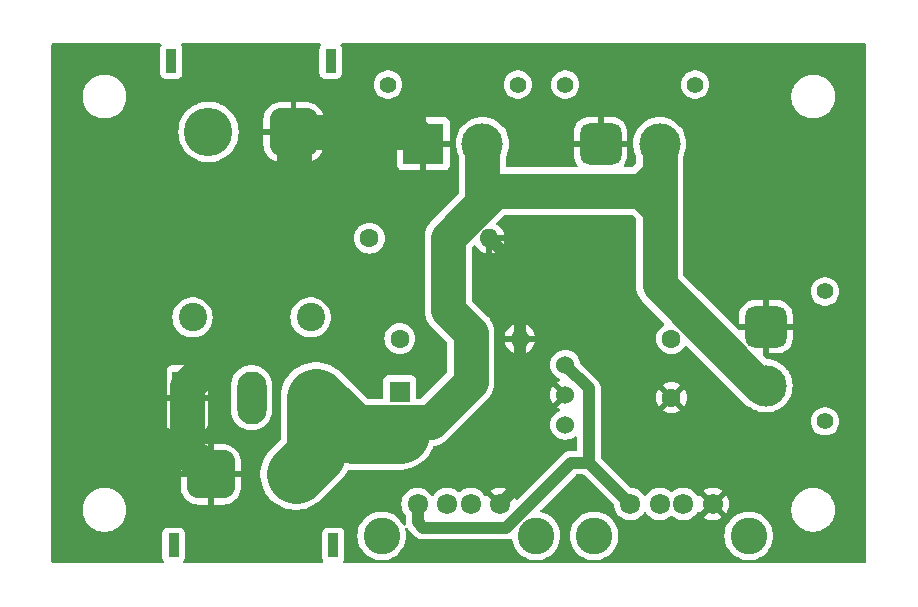
<source format=gbr>
%TF.GenerationSoftware,KiCad,Pcbnew,8.0.8-8.0.8-0~ubuntu22.04.1*%
%TF.CreationDate,2025-02-25T11:50:22+00:00*%
%TF.ProjectId,computer_sensor_board,636f6d70-7574-4657-925f-73656e736f72,rev?*%
%TF.SameCoordinates,Original*%
%TF.FileFunction,Copper,L2,Bot*%
%TF.FilePolarity,Positive*%
%FSLAX46Y46*%
G04 Gerber Fmt 4.6, Leading zero omitted, Abs format (unit mm)*
G04 Created by KiCad (PCBNEW 8.0.8-8.0.8-0~ubuntu22.04.1) date 2025-02-25 11:50:22*
%MOMM*%
%LPD*%
G01*
G04 APERTURE LIST*
G04 Aperture macros list*
%AMRoundRect*
0 Rectangle with rounded corners*
0 $1 Rounding radius*
0 $2 $3 $4 $5 $6 $7 $8 $9 X,Y pos of 4 corners*
0 Add a 4 corners polygon primitive as box body*
4,1,4,$2,$3,$4,$5,$6,$7,$8,$9,$2,$3,0*
0 Add four circle primitives for the rounded corners*
1,1,$1+$1,$2,$3*
1,1,$1+$1,$4,$5*
1,1,$1+$1,$6,$7*
1,1,$1+$1,$8,$9*
0 Add four rect primitives between the rounded corners*
20,1,$1+$1,$2,$3,$4,$5,0*
20,1,$1+$1,$4,$5,$6,$7,0*
20,1,$1+$1,$6,$7,$8,$9,0*
20,1,$1+$1,$8,$9,$2,$3,0*%
G04 Aperture macros list end*
%TA.AperFunction,ComponentPad*%
%ADD10C,1.600000*%
%TD*%
%TA.AperFunction,ComponentPad*%
%ADD11O,1.600000X1.600000*%
%TD*%
%TA.AperFunction,ComponentPad*%
%ADD12R,1.800000X1.800000*%
%TD*%
%TA.AperFunction,ComponentPad*%
%ADD13C,1.800000*%
%TD*%
%TA.AperFunction,ComponentPad*%
%ADD14C,2.400000*%
%TD*%
%TA.AperFunction,ComponentPad*%
%ADD15C,1.400000*%
%TD*%
%TA.AperFunction,ComponentPad*%
%ADD16R,3.500000X3.500000*%
%TD*%
%TA.AperFunction,ComponentPad*%
%ADD17C,3.500000*%
%TD*%
%TA.AperFunction,ComponentPad*%
%ADD18C,1.524000*%
%TD*%
%TA.AperFunction,ComponentPad*%
%ADD19C,3.100000*%
%TD*%
%TA.AperFunction,ComponentPad*%
%ADD20C,1.720000*%
%TD*%
%TA.AperFunction,ComponentPad*%
%ADD21RoundRect,0.770000X-0.980000X-0.980000X0.980000X-0.980000X0.980000X0.980000X-0.980000X0.980000X0*%
%TD*%
%TA.AperFunction,ComponentPad*%
%ADD22RoundRect,0.770000X-0.980000X0.980000X-0.980000X-0.980000X0.980000X-0.980000X0.980000X0.980000X0*%
%TD*%
%TA.AperFunction,ComponentPad*%
%ADD23R,2.500000X4.500000*%
%TD*%
%TA.AperFunction,ComponentPad*%
%ADD24O,2.500000X4.500000*%
%TD*%
%TA.AperFunction,ComponentPad*%
%ADD25R,0.900000X2.000000*%
%TD*%
%TA.AperFunction,ComponentPad*%
%ADD26RoundRect,1.025000X1.025000X1.025000X-1.025000X1.025000X-1.025000X-1.025000X1.025000X-1.025000X0*%
%TD*%
%TA.AperFunction,ComponentPad*%
%ADD27C,4.100000*%
%TD*%
%TA.AperFunction,ComponentPad*%
%ADD28RoundRect,1.025000X-1.025000X-1.025000X1.025000X-1.025000X1.025000X1.025000X-1.025000X1.025000X0*%
%TD*%
%TA.AperFunction,Conductor*%
%ADD29C,1.000000*%
%TD*%
%TA.AperFunction,Conductor*%
%ADD30C,3.000000*%
%TD*%
%TA.AperFunction,Conductor*%
%ADD31C,5.000000*%
%TD*%
G04 APERTURE END LIST*
D10*
%TO.P,R1,1*%
%TO.N,Net-(J6-Pin_2)*%
X197420000Y-62000000D03*
D11*
%TO.P,R1,2*%
%TO.N,GND*%
X207580000Y-62000000D03*
%TD*%
D12*
%TO.P,D1,1,K*%
%TO.N,Net-(D1-K)*%
X200000000Y-75000000D03*
D13*
%TO.P,D1,2,A*%
%TO.N,Net-(D1-A)*%
X200000000Y-77540000D03*
%TD*%
D14*
%TO.P,HS1,*%
%TO.N,*%
X182450000Y-68700000D03*
X192450000Y-68700000D03*
%TD*%
D15*
%TO.P,J7,*%
%TO.N,*%
X199000000Y-49000000D03*
X210000000Y-49000000D03*
D16*
%TO.P,J7,1,Pin_1*%
%TO.N,GND*%
X202000000Y-54000000D03*
D17*
%TO.P,J7,2,Pin_2*%
%TO.N,Net-(D1-A)*%
X207000000Y-54000000D03*
%TD*%
D18*
%TO.P,M78AR05-1,1,Vin*%
%TO.N,Net-(D1-A)*%
X214000000Y-77790000D03*
%TO.P,M78AR05-1,2,GND*%
%TO.N,GND*%
X214000000Y-75250000D03*
%TO.P,M78AR05-1,3,Vout*%
%TO.N,Net-(M78AR05-1-Vout)*%
X214000000Y-72710000D03*
%TD*%
D19*
%TO.P,U2,-*%
%TO.N,N/C*%
X198460000Y-87200000D03*
X211540000Y-87200000D03*
D20*
%TO.P,U2,1,VBus*%
%TO.N,Net-(M78AR05-1-Vout)*%
X201500000Y-84500000D03*
%TO.P,U2,2,D-*%
%TO.N,unconnected-(U2-D--Pad2)*%
X204000000Y-84500000D03*
%TO.P,U2,3,D+*%
%TO.N,unconnected-(U2-D+-Pad3)*%
X206000000Y-84500000D03*
%TO.P,U2,4,GND*%
%TO.N,GND*%
X208500000Y-84500000D03*
%TD*%
D10*
%TO.P,R2,1*%
%TO.N,Net-(D1-K)*%
X200000000Y-70500000D03*
D11*
%TO.P,R2,2*%
%TO.N,GND*%
X210160000Y-70500000D03*
%TD*%
D15*
%TO.P,J1,*%
%TO.N,*%
X214000000Y-49000000D03*
X225000000Y-49000000D03*
D21*
%TO.P,J1,1,Pin_1*%
%TO.N,GND*%
X217000000Y-54000000D03*
D17*
%TO.P,J1,2,Pin_2*%
%TO.N,Net-(D1-A)*%
X222000000Y-54000000D03*
%TD*%
D19*
%TO.P,U1,-*%
%TO.N,N/C*%
X216460000Y-87200000D03*
X229540000Y-87200000D03*
D20*
%TO.P,U1,1,VBus*%
%TO.N,Net-(M78AR05-1-Vout)*%
X219500000Y-84500000D03*
%TO.P,U1,2,D-*%
%TO.N,unconnected-(U1-D--Pad2)*%
X222000000Y-84500000D03*
%TO.P,U1,3,D+*%
%TO.N,unconnected-(U1-D+-Pad3)*%
X224000000Y-84500000D03*
%TO.P,U1,4,GND*%
%TO.N,GND*%
X226500000Y-84500000D03*
%TD*%
D15*
%TO.P,J5,*%
%TO.N,*%
X236000000Y-66500000D03*
X236000000Y-77500000D03*
D22*
%TO.P,J5,1,Pin_1*%
%TO.N,GND*%
X231000000Y-69500000D03*
D17*
%TO.P,J5,2,Pin_2*%
%TO.N,Net-(D1-A)*%
X231000000Y-74500000D03*
%TD*%
D23*
%TO.P,Q2,1,G*%
%TO.N,GND*%
X182000000Y-75500000D03*
D24*
%TO.P,Q2,2,D*%
%TO.N,Net-(J6-Pin_2)*%
X187450000Y-75500000D03*
%TO.P,Q2,3,S*%
%TO.N,Net-(D1-A)*%
X192900000Y-75500000D03*
%TD*%
D10*
%TO.P,C1,1*%
%TO.N,Net-(M78AR05-1-Vout)*%
X223000000Y-70500000D03*
%TO.P,C1,2*%
%TO.N,GND*%
X223000000Y-75500000D03*
%TD*%
D25*
%TO.P,J2,*%
%TO.N,*%
X194350000Y-88000000D03*
X180850000Y-88000000D03*
D26*
%TO.P,J2,1,Pin_1*%
%TO.N,GND*%
X184000000Y-82000000D03*
D27*
%TO.P,J2,2,Pin_2*%
%TO.N,Net-(D1-A)*%
X191200000Y-82000000D03*
%TD*%
D25*
%TO.P,J6,*%
%TO.N,*%
X180650000Y-47000000D03*
X194150000Y-47000000D03*
D28*
%TO.P,J6,1,Pin_1*%
%TO.N,GND*%
X191000000Y-53000000D03*
D27*
%TO.P,J6,2,Pin_2*%
%TO.N,Net-(J6-Pin_2)*%
X183800000Y-53000000D03*
%TD*%
D29*
%TO.N,Net-(M78AR05-1-Vout)*%
X216000000Y-81000000D02*
X219500000Y-84500000D01*
X209000000Y-86500000D02*
X214500000Y-81000000D01*
X214000000Y-72710000D02*
X216000000Y-74710000D01*
X202000000Y-86500000D02*
X209000000Y-86500000D01*
X201500000Y-86000000D02*
X202000000Y-86500000D01*
X214500000Y-81000000D02*
X216000000Y-81000000D01*
X201500000Y-84500000D02*
X201500000Y-86000000D01*
X216000000Y-74710000D02*
X216000000Y-81000000D01*
D30*
%TO.N,GND*%
X191000000Y-53000000D02*
X201000000Y-53000000D01*
D29*
X210160000Y-64580000D02*
X207580000Y-62000000D01*
X210160000Y-70500000D02*
X210160000Y-82840000D01*
D30*
X182000000Y-80000000D02*
X184000000Y-82000000D01*
D29*
X210160000Y-82840000D02*
X208500000Y-84500000D01*
D30*
X191000000Y-65500000D02*
X182000000Y-74500000D01*
X191000000Y-53000000D02*
X191000000Y-65500000D01*
X182000000Y-75500000D02*
X182000000Y-80000000D01*
X182000000Y-74500000D02*
X182000000Y-75500000D01*
X201000000Y-53000000D02*
X202000000Y-54000000D01*
D29*
X210160000Y-70500000D02*
X210500000Y-70500000D01*
X210160000Y-70500000D02*
X210160000Y-64580000D01*
D30*
%TO.N,Net-(D1-A)*%
X222000000Y-59500000D02*
X221974873Y-59500000D01*
X208044466Y-58000000D02*
X220474873Y-58000000D01*
X202600000Y-77600000D02*
X200000000Y-77600000D01*
X204100000Y-68100000D02*
X206000000Y-70000000D01*
D31*
X192900000Y-75500000D02*
X192900000Y-80300000D01*
X192900000Y-80300000D02*
X191200000Y-82000000D01*
D30*
X222000000Y-56474873D02*
X222000000Y-54000000D01*
X206000000Y-74200000D02*
X202600000Y-77600000D01*
X206000000Y-70000000D02*
X206000000Y-74200000D01*
X204100000Y-61944466D02*
X204100000Y-68100000D01*
X204100000Y-61944466D02*
X208044466Y-58000000D01*
X230535534Y-74500000D02*
X231000000Y-74500000D01*
X222000000Y-59500000D02*
X222000000Y-54000000D01*
D31*
X192900000Y-75500000D02*
X196000000Y-78600000D01*
D30*
X222000000Y-65964466D02*
X230535534Y-74500000D01*
X207000000Y-59044466D02*
X207000000Y-54000000D01*
X220474873Y-58000000D02*
X222000000Y-56474873D01*
X222000000Y-65964466D02*
X222000000Y-59500000D01*
X204100000Y-61944466D02*
X207000000Y-59044466D01*
X221974873Y-59500000D02*
X220474873Y-58000000D01*
D31*
X196000000Y-78600000D02*
X200000000Y-78600000D01*
%TD*%
%TA.AperFunction,Conductor*%
%TO.N,GND*%
G36*
X179768038Y-45520185D02*
G01*
X179813793Y-45572989D01*
X179823737Y-45642147D01*
X179800265Y-45698810D01*
X179780238Y-45725562D01*
X179756204Y-45757668D01*
X179756202Y-45757671D01*
X179705908Y-45892517D01*
X179699501Y-45952116D01*
X179699501Y-45952123D01*
X179699500Y-45952135D01*
X179699500Y-48047870D01*
X179699501Y-48047876D01*
X179705908Y-48107483D01*
X179756202Y-48242328D01*
X179756206Y-48242335D01*
X179842452Y-48357544D01*
X179842455Y-48357547D01*
X179957664Y-48443793D01*
X179957671Y-48443797D01*
X180092517Y-48494091D01*
X180092516Y-48494091D01*
X180099444Y-48494835D01*
X180152127Y-48500500D01*
X181147872Y-48500499D01*
X181207483Y-48494091D01*
X181342331Y-48443796D01*
X181457546Y-48357546D01*
X181543796Y-48242331D01*
X181594091Y-48107483D01*
X181600500Y-48047873D01*
X181600499Y-45952128D01*
X181594091Y-45892517D01*
X181543796Y-45757669D01*
X181499734Y-45698810D01*
X181475317Y-45633348D01*
X181490168Y-45565075D01*
X181539573Y-45515669D01*
X181599001Y-45500500D01*
X193200999Y-45500500D01*
X193268038Y-45520185D01*
X193313793Y-45572989D01*
X193323737Y-45642147D01*
X193300265Y-45698810D01*
X193280238Y-45725562D01*
X193256204Y-45757668D01*
X193256202Y-45757671D01*
X193205908Y-45892517D01*
X193199501Y-45952116D01*
X193199501Y-45952123D01*
X193199500Y-45952135D01*
X193199500Y-48047870D01*
X193199501Y-48047876D01*
X193205908Y-48107483D01*
X193256202Y-48242328D01*
X193256206Y-48242335D01*
X193342452Y-48357544D01*
X193342455Y-48357547D01*
X193457664Y-48443793D01*
X193457671Y-48443797D01*
X193592517Y-48494091D01*
X193592516Y-48494091D01*
X193599444Y-48494835D01*
X193652127Y-48500500D01*
X194647872Y-48500499D01*
X194707483Y-48494091D01*
X194842331Y-48443796D01*
X194957546Y-48357546D01*
X195043796Y-48242331D01*
X195094091Y-48107483D01*
X195100500Y-48047873D01*
X195100499Y-45952128D01*
X195094091Y-45892517D01*
X195043796Y-45757669D01*
X194999734Y-45698810D01*
X194975317Y-45633348D01*
X194990168Y-45565075D01*
X195039573Y-45515669D01*
X195099001Y-45500500D01*
X239375500Y-45500500D01*
X239442539Y-45520185D01*
X239488294Y-45572989D01*
X239499500Y-45624500D01*
X239499500Y-89375500D01*
X239479815Y-89442539D01*
X239427011Y-89488294D01*
X239375500Y-89499500D01*
X195299001Y-89499500D01*
X195231962Y-89479815D01*
X195186207Y-89427011D01*
X195176263Y-89357853D01*
X195199734Y-89301189D01*
X195243796Y-89242331D01*
X195294091Y-89107483D01*
X195300500Y-89047873D01*
X195300499Y-87200000D01*
X196404709Y-87200000D01*
X196423852Y-87479862D01*
X196480921Y-87754499D01*
X196480926Y-87754516D01*
X196574863Y-88018828D01*
X196574864Y-88018830D01*
X196703919Y-88267896D01*
X196865688Y-88497069D01*
X196865692Y-88497073D01*
X196865692Y-88497074D01*
X197057154Y-88702080D01*
X197057155Y-88702081D01*
X197274754Y-88879111D01*
X197274756Y-88879112D01*
X197274757Y-88879113D01*
X197514433Y-89024863D01*
X197704645Y-89107483D01*
X197771725Y-89136620D01*
X198041839Y-89212303D01*
X198286159Y-89245884D01*
X198319741Y-89250500D01*
X198319742Y-89250500D01*
X198600259Y-89250500D01*
X198630219Y-89246381D01*
X198878161Y-89212303D01*
X199148275Y-89136620D01*
X199405568Y-89024862D01*
X199645246Y-88879111D01*
X199862845Y-88702081D01*
X200054312Y-88497069D01*
X200216081Y-88267896D01*
X200345136Y-88018830D01*
X200439075Y-87754511D01*
X200439077Y-87754502D01*
X200439078Y-87754499D01*
X200496148Y-87479862D01*
X200498877Y-87439961D01*
X200515291Y-87200000D01*
X200496148Y-86920138D01*
X200439075Y-86645489D01*
X200438381Y-86642149D01*
X200444014Y-86572506D01*
X200486404Y-86516965D01*
X200552093Y-86493159D01*
X200620225Y-86508646D01*
X200662889Y-86548029D01*
X200722860Y-86637781D01*
X200722863Y-86637785D01*
X200866537Y-86781459D01*
X200866559Y-86781479D01*
X201219735Y-87134655D01*
X201219764Y-87134686D01*
X201362214Y-87277136D01*
X201362218Y-87277139D01*
X201526079Y-87386628D01*
X201526092Y-87386635D01*
X201654833Y-87439961D01*
X201708159Y-87462049D01*
X201708164Y-87462051D01*
X201797706Y-87479862D01*
X201823644Y-87485021D01*
X201901456Y-87500500D01*
X201901459Y-87500500D01*
X209098543Y-87500500D01*
X209167709Y-87486741D01*
X209202294Y-87479862D01*
X209291836Y-87462051D01*
X209345165Y-87439961D01*
X209345170Y-87439974D01*
X209345273Y-87439916D01*
X209345373Y-87439874D01*
X209414848Y-87432475D01*
X209477295Y-87463813D01*
X209512888Y-87523937D01*
X209514115Y-87529254D01*
X209560922Y-87754502D01*
X209560926Y-87754516D01*
X209654863Y-88018828D01*
X209654864Y-88018830D01*
X209783919Y-88267896D01*
X209945688Y-88497069D01*
X209945692Y-88497073D01*
X209945692Y-88497074D01*
X210137154Y-88702080D01*
X210137155Y-88702081D01*
X210354754Y-88879111D01*
X210354756Y-88879112D01*
X210354757Y-88879113D01*
X210594433Y-89024863D01*
X210784645Y-89107483D01*
X210851725Y-89136620D01*
X211121839Y-89212303D01*
X211366159Y-89245884D01*
X211399741Y-89250500D01*
X211399742Y-89250500D01*
X211680259Y-89250500D01*
X211710219Y-89246381D01*
X211958161Y-89212303D01*
X212228275Y-89136620D01*
X212485568Y-89024862D01*
X212725246Y-88879111D01*
X212942845Y-88702081D01*
X213134312Y-88497069D01*
X213296081Y-88267896D01*
X213425136Y-88018830D01*
X213519075Y-87754511D01*
X213519077Y-87754502D01*
X213519078Y-87754499D01*
X213576148Y-87479862D01*
X213578877Y-87439961D01*
X213595291Y-87200000D01*
X214404709Y-87200000D01*
X214423852Y-87479862D01*
X214480921Y-87754499D01*
X214480926Y-87754516D01*
X214574863Y-88018828D01*
X214574864Y-88018830D01*
X214703919Y-88267896D01*
X214865688Y-88497069D01*
X214865692Y-88497073D01*
X214865692Y-88497074D01*
X215057154Y-88702080D01*
X215057155Y-88702081D01*
X215274754Y-88879111D01*
X215274756Y-88879112D01*
X215274757Y-88879113D01*
X215514433Y-89024863D01*
X215704645Y-89107483D01*
X215771725Y-89136620D01*
X216041839Y-89212303D01*
X216286159Y-89245884D01*
X216319741Y-89250500D01*
X216319742Y-89250500D01*
X216600259Y-89250500D01*
X216630219Y-89246381D01*
X216878161Y-89212303D01*
X217148275Y-89136620D01*
X217405568Y-89024862D01*
X217645246Y-88879111D01*
X217862845Y-88702081D01*
X218054312Y-88497069D01*
X218216081Y-88267896D01*
X218345136Y-88018830D01*
X218439075Y-87754511D01*
X218439077Y-87754502D01*
X218439078Y-87754499D01*
X218496148Y-87479862D01*
X218498877Y-87439961D01*
X218515291Y-87200000D01*
X227484709Y-87200000D01*
X227503852Y-87479862D01*
X227560921Y-87754499D01*
X227560926Y-87754516D01*
X227654863Y-88018828D01*
X227654864Y-88018830D01*
X227783919Y-88267896D01*
X227945688Y-88497069D01*
X227945692Y-88497073D01*
X227945692Y-88497074D01*
X228137154Y-88702080D01*
X228137155Y-88702081D01*
X228354754Y-88879111D01*
X228354756Y-88879112D01*
X228354757Y-88879113D01*
X228594433Y-89024863D01*
X228784645Y-89107483D01*
X228851725Y-89136620D01*
X229121839Y-89212303D01*
X229366159Y-89245884D01*
X229399741Y-89250500D01*
X229399742Y-89250500D01*
X229680259Y-89250500D01*
X229710219Y-89246381D01*
X229958161Y-89212303D01*
X230228275Y-89136620D01*
X230485568Y-89024862D01*
X230725246Y-88879111D01*
X230942845Y-88702081D01*
X231134312Y-88497069D01*
X231296081Y-88267896D01*
X231425136Y-88018830D01*
X231519075Y-87754511D01*
X231519077Y-87754502D01*
X231519078Y-87754499D01*
X231576148Y-87479862D01*
X231578877Y-87439961D01*
X231595291Y-87200000D01*
X231576148Y-86920138D01*
X231546433Y-86777141D01*
X231519078Y-86645500D01*
X231519073Y-86645483D01*
X231482271Y-86541932D01*
X231425136Y-86381170D01*
X231296081Y-86132104D01*
X231134312Y-85902931D01*
X231134307Y-85902925D01*
X230942845Y-85697919D01*
X230875172Y-85642863D01*
X230725246Y-85520889D01*
X230725244Y-85520888D01*
X230725242Y-85520886D01*
X230485566Y-85375136D01*
X230228276Y-85263380D01*
X229958166Y-85187698D01*
X229958162Y-85187697D01*
X229958161Y-85187697D01*
X229819209Y-85168598D01*
X229680259Y-85149500D01*
X229680258Y-85149500D01*
X229399742Y-85149500D01*
X229399741Y-85149500D01*
X229121839Y-85187697D01*
X229121833Y-85187698D01*
X228851723Y-85263380D01*
X228594433Y-85375136D01*
X228354757Y-85520886D01*
X228137154Y-85697919D01*
X227945692Y-85902925D01*
X227945692Y-85902926D01*
X227783919Y-86132103D01*
X227654863Y-86381171D01*
X227560926Y-86645483D01*
X227560921Y-86645500D01*
X227503852Y-86920135D01*
X227503851Y-86920137D01*
X227484709Y-87200000D01*
X218515291Y-87200000D01*
X218496148Y-86920138D01*
X218466433Y-86777141D01*
X218439078Y-86645500D01*
X218439073Y-86645483D01*
X218402271Y-86541932D01*
X218345136Y-86381170D01*
X218216081Y-86132104D01*
X218054312Y-85902931D01*
X218054307Y-85902925D01*
X217862845Y-85697919D01*
X217795172Y-85642863D01*
X217645246Y-85520889D01*
X217645244Y-85520888D01*
X217645242Y-85520886D01*
X217405566Y-85375136D01*
X217148276Y-85263380D01*
X216878166Y-85187698D01*
X216878162Y-85187697D01*
X216878161Y-85187697D01*
X216739209Y-85168598D01*
X216600259Y-85149500D01*
X216600258Y-85149500D01*
X216319742Y-85149500D01*
X216319741Y-85149500D01*
X216041839Y-85187697D01*
X216041833Y-85187698D01*
X215771723Y-85263380D01*
X215514433Y-85375136D01*
X215274757Y-85520886D01*
X215057154Y-85697919D01*
X214865692Y-85902925D01*
X214865692Y-85902926D01*
X214703919Y-86132103D01*
X214574863Y-86381171D01*
X214480926Y-86645483D01*
X214480921Y-86645500D01*
X214423852Y-86920135D01*
X214423851Y-86920137D01*
X214404709Y-87200000D01*
X213595291Y-87200000D01*
X213576148Y-86920138D01*
X213546433Y-86777141D01*
X213519078Y-86645500D01*
X213519073Y-86645483D01*
X213482271Y-86541932D01*
X213425136Y-86381170D01*
X213296081Y-86132104D01*
X213134312Y-85902931D01*
X213134307Y-85902925D01*
X212942845Y-85697919D01*
X212875172Y-85642863D01*
X212725246Y-85520889D01*
X212725244Y-85520888D01*
X212725242Y-85520886D01*
X212485566Y-85375136D01*
X212228277Y-85263381D01*
X212228275Y-85263380D01*
X212120066Y-85233061D01*
X211981883Y-85194343D01*
X211922641Y-85157301D01*
X211892830Y-85094110D01*
X211901914Y-85024833D01*
X211927655Y-84987263D01*
X214878102Y-82036819D01*
X214939425Y-82003334D01*
X214965783Y-82000500D01*
X215534218Y-82000500D01*
X215601257Y-82020185D01*
X215621899Y-82036819D01*
X218107190Y-84522111D01*
X218140675Y-84583434D01*
X218143085Y-84599552D01*
X218153455Y-84724694D01*
X218208805Y-84943268D01*
X218299375Y-85149747D01*
X218422693Y-85338497D01*
X218422697Y-85338502D01*
X218575397Y-85504380D01*
X218575406Y-85504388D01*
X218753318Y-85642863D01*
X218753324Y-85642867D01*
X218753327Y-85642869D01*
X218951620Y-85750180D01*
X218951623Y-85750181D01*
X219164868Y-85823388D01*
X219164870Y-85823388D01*
X219164872Y-85823389D01*
X219387266Y-85860500D01*
X219387267Y-85860500D01*
X219612733Y-85860500D01*
X219612734Y-85860500D01*
X219835128Y-85823389D01*
X220048380Y-85750180D01*
X220246673Y-85642869D01*
X220247217Y-85642446D01*
X220403393Y-85520889D01*
X220424600Y-85504383D01*
X220577305Y-85338500D01*
X220646192Y-85233060D01*
X220699338Y-85187705D01*
X220768569Y-85178281D01*
X220831905Y-85207783D01*
X220853808Y-85233061D01*
X220922693Y-85338497D01*
X220922697Y-85338502D01*
X221075397Y-85504380D01*
X221075406Y-85504388D01*
X221253318Y-85642863D01*
X221253324Y-85642867D01*
X221253327Y-85642869D01*
X221451620Y-85750180D01*
X221451623Y-85750181D01*
X221664868Y-85823388D01*
X221664870Y-85823388D01*
X221664872Y-85823389D01*
X221887266Y-85860500D01*
X221887267Y-85860500D01*
X222112733Y-85860500D01*
X222112734Y-85860500D01*
X222335128Y-85823389D01*
X222548380Y-85750180D01*
X222746673Y-85642869D01*
X222923839Y-85504975D01*
X222988831Y-85479333D01*
X223057371Y-85492899D01*
X223076156Y-85504971D01*
X223193238Y-85596100D01*
X223252783Y-85642446D01*
X223253327Y-85642869D01*
X223451620Y-85750180D01*
X223451623Y-85750181D01*
X223664868Y-85823388D01*
X223664870Y-85823388D01*
X223664872Y-85823389D01*
X223887266Y-85860500D01*
X223887267Y-85860500D01*
X224112733Y-85860500D01*
X224112734Y-85860500D01*
X224335128Y-85823389D01*
X224548380Y-85750180D01*
X224746673Y-85642869D01*
X224747217Y-85642446D01*
X224903393Y-85520889D01*
X224924600Y-85504383D01*
X225077305Y-85338500D01*
X225146490Y-85232604D01*
X225199636Y-85187248D01*
X225268867Y-85177825D01*
X225332203Y-85207327D01*
X225354107Y-85232605D01*
X225377711Y-85268734D01*
X226049697Y-84596748D01*
X226071349Y-84677553D01*
X226131909Y-84782446D01*
X226217554Y-84868091D01*
X226322447Y-84928651D01*
X226403250Y-84950302D01*
X225729703Y-85623848D01*
X225729704Y-85623850D01*
X225753595Y-85642444D01*
X225951820Y-85749719D01*
X225951829Y-85749722D01*
X226164992Y-85822902D01*
X226387308Y-85860000D01*
X226612692Y-85860000D01*
X226835007Y-85822902D01*
X227048170Y-85749722D01*
X227048179Y-85749719D01*
X227246401Y-85642446D01*
X227270294Y-85623849D01*
X227270294Y-85623848D01*
X226596750Y-84950302D01*
X226677553Y-84928651D01*
X226782446Y-84868091D01*
X226868091Y-84782446D01*
X226928651Y-84677553D01*
X226950302Y-84596749D01*
X227622287Y-85268734D01*
X227700181Y-85149510D01*
X227700186Y-85149502D01*
X227790720Y-84943103D01*
X227807026Y-84878711D01*
X233149500Y-84878711D01*
X233149500Y-85121288D01*
X233181161Y-85361785D01*
X233243947Y-85596104D01*
X233307577Y-85749719D01*
X233336776Y-85820212D01*
X233458064Y-86030289D01*
X233458066Y-86030292D01*
X233458067Y-86030293D01*
X233605733Y-86222736D01*
X233605739Y-86222743D01*
X233777256Y-86394260D01*
X233777262Y-86394265D01*
X233969711Y-86541936D01*
X234179788Y-86663224D01*
X234403900Y-86756054D01*
X234638211Y-86818838D01*
X234818586Y-86842584D01*
X234878711Y-86850500D01*
X234878712Y-86850500D01*
X235121289Y-86850500D01*
X235169388Y-86844167D01*
X235361789Y-86818838D01*
X235596100Y-86756054D01*
X235820212Y-86663224D01*
X236030289Y-86541936D01*
X236222738Y-86394265D01*
X236394265Y-86222738D01*
X236541936Y-86030289D01*
X236663224Y-85820212D01*
X236756054Y-85596100D01*
X236818838Y-85361789D01*
X236850500Y-85121288D01*
X236850500Y-84878712D01*
X236818838Y-84638211D01*
X236756054Y-84403900D01*
X236663224Y-84179788D01*
X236541936Y-83969711D01*
X236481018Y-83890321D01*
X236394266Y-83777263D01*
X236394260Y-83777256D01*
X236222743Y-83605739D01*
X236222736Y-83605733D01*
X236030293Y-83458067D01*
X236030292Y-83458066D01*
X236030289Y-83458064D01*
X235820212Y-83336776D01*
X235820205Y-83336773D01*
X235596104Y-83243947D01*
X235361785Y-83181161D01*
X235121289Y-83149500D01*
X235121288Y-83149500D01*
X234878712Y-83149500D01*
X234878711Y-83149500D01*
X234638214Y-83181161D01*
X234403895Y-83243947D01*
X234179794Y-83336773D01*
X234179785Y-83336777D01*
X233969706Y-83458067D01*
X233777263Y-83605733D01*
X233777256Y-83605739D01*
X233605739Y-83777256D01*
X233605733Y-83777263D01*
X233458067Y-83969706D01*
X233336777Y-84179785D01*
X233336773Y-84179794D01*
X233243947Y-84403895D01*
X233181161Y-84638214D01*
X233149500Y-84878711D01*
X227807026Y-84878711D01*
X227846049Y-84724612D01*
X227864661Y-84500005D01*
X227864661Y-84499994D01*
X227846049Y-84275387D01*
X227790720Y-84056896D01*
X227700183Y-83850491D01*
X227622287Y-83731264D01*
X226950302Y-84403249D01*
X226928651Y-84322447D01*
X226868091Y-84217554D01*
X226782446Y-84131909D01*
X226677553Y-84071349D01*
X226596749Y-84049697D01*
X227270294Y-83376151D01*
X227270294Y-83376149D01*
X227246403Y-83357555D01*
X227048178Y-83250280D01*
X227048170Y-83250277D01*
X226835007Y-83177097D01*
X226612692Y-83140000D01*
X226387308Y-83140000D01*
X226164992Y-83177097D01*
X225951829Y-83250277D01*
X225951821Y-83250280D01*
X225753596Y-83357555D01*
X225729704Y-83376149D01*
X225729704Y-83376150D01*
X226403251Y-84049697D01*
X226322447Y-84071349D01*
X226217554Y-84131909D01*
X226131909Y-84217554D01*
X226071349Y-84322447D01*
X226049697Y-84403250D01*
X225377711Y-83731265D01*
X225354107Y-83767394D01*
X225300960Y-83812750D01*
X225231729Y-83822174D01*
X225168393Y-83792672D01*
X225146490Y-83767394D01*
X225077306Y-83661502D01*
X225077305Y-83661500D01*
X224924600Y-83495617D01*
X224924597Y-83495615D01*
X224924593Y-83495611D01*
X224746681Y-83357136D01*
X224746675Y-83357132D01*
X224548381Y-83249820D01*
X224548376Y-83249818D01*
X224335131Y-83176611D01*
X224168332Y-83148777D01*
X224112734Y-83139500D01*
X223887266Y-83139500D01*
X223842787Y-83146922D01*
X223664868Y-83176611D01*
X223451623Y-83249818D01*
X223451618Y-83249820D01*
X223253324Y-83357132D01*
X223253318Y-83357136D01*
X223076162Y-83495023D01*
X223011168Y-83520666D01*
X222942628Y-83507100D01*
X222923838Y-83495023D01*
X222746681Y-83357136D01*
X222746675Y-83357132D01*
X222548381Y-83249820D01*
X222548376Y-83249818D01*
X222335131Y-83176611D01*
X222168332Y-83148777D01*
X222112734Y-83139500D01*
X221887266Y-83139500D01*
X221842787Y-83146922D01*
X221664868Y-83176611D01*
X221451623Y-83249818D01*
X221451618Y-83249820D01*
X221253324Y-83357132D01*
X221253318Y-83357136D01*
X221075406Y-83495611D01*
X221075397Y-83495619D01*
X220922697Y-83661497D01*
X220922693Y-83661502D01*
X220853808Y-83766938D01*
X220800661Y-83812295D01*
X220731430Y-83821718D01*
X220668095Y-83792215D01*
X220646192Y-83766938D01*
X220577306Y-83661502D01*
X220577305Y-83661500D01*
X220424600Y-83495617D01*
X220424597Y-83495615D01*
X220424593Y-83495611D01*
X220246681Y-83357136D01*
X220246675Y-83357132D01*
X220048381Y-83249820D01*
X220048376Y-83249818D01*
X219835131Y-83176611D01*
X219668332Y-83148777D01*
X219612734Y-83139500D01*
X219612733Y-83139500D01*
X219605783Y-83139500D01*
X219538744Y-83119815D01*
X219518102Y-83103181D01*
X217036819Y-80621898D01*
X217003334Y-80560575D01*
X217000500Y-80534217D01*
X217000500Y-77499999D01*
X234794357Y-77499999D01*
X234794357Y-77500000D01*
X234814884Y-77721535D01*
X234814885Y-77721537D01*
X234875769Y-77935523D01*
X234875775Y-77935538D01*
X234974938Y-78134683D01*
X234974943Y-78134691D01*
X235109020Y-78312238D01*
X235273437Y-78462123D01*
X235273439Y-78462125D01*
X235462595Y-78579245D01*
X235462596Y-78579245D01*
X235462599Y-78579247D01*
X235670060Y-78659618D01*
X235888757Y-78700500D01*
X235888759Y-78700500D01*
X236111241Y-78700500D01*
X236111243Y-78700500D01*
X236329940Y-78659618D01*
X236537401Y-78579247D01*
X236726562Y-78462124D01*
X236890981Y-78312236D01*
X237025058Y-78134689D01*
X237124229Y-77935528D01*
X237185115Y-77721536D01*
X237205643Y-77500000D01*
X237203290Y-77474612D01*
X237185115Y-77278464D01*
X237185114Y-77278462D01*
X237184382Y-77275890D01*
X237124229Y-77064472D01*
X237100257Y-77016330D01*
X237025061Y-76865316D01*
X237025056Y-76865308D01*
X236890979Y-76687761D01*
X236726562Y-76537876D01*
X236726560Y-76537874D01*
X236537404Y-76420754D01*
X236537398Y-76420752D01*
X236329940Y-76340382D01*
X236111243Y-76299500D01*
X235888757Y-76299500D01*
X235670060Y-76340382D01*
X235538864Y-76391207D01*
X235462601Y-76420752D01*
X235462595Y-76420754D01*
X235273439Y-76537874D01*
X235273437Y-76537876D01*
X235109020Y-76687761D01*
X234974943Y-76865308D01*
X234974938Y-76865316D01*
X234875775Y-77064461D01*
X234875769Y-77064476D01*
X234814885Y-77278462D01*
X234814884Y-77278464D01*
X234794357Y-77499999D01*
X217000500Y-77499999D01*
X217000500Y-75499997D01*
X221695034Y-75499997D01*
X221695034Y-75500002D01*
X221714858Y-75726599D01*
X221714860Y-75726610D01*
X221773730Y-75946317D01*
X221773735Y-75946331D01*
X221869863Y-76152478D01*
X221920974Y-76225472D01*
X222600000Y-75546446D01*
X222600000Y-75552661D01*
X222627259Y-75654394D01*
X222679920Y-75745606D01*
X222754394Y-75820080D01*
X222845606Y-75872741D01*
X222947339Y-75900000D01*
X222953553Y-75900000D01*
X222274526Y-76579025D01*
X222347513Y-76630132D01*
X222347521Y-76630136D01*
X222553668Y-76726264D01*
X222553682Y-76726269D01*
X222773389Y-76785139D01*
X222773400Y-76785141D01*
X222999998Y-76804966D01*
X223000002Y-76804966D01*
X223226599Y-76785141D01*
X223226610Y-76785139D01*
X223446317Y-76726269D01*
X223446331Y-76726264D01*
X223652478Y-76630136D01*
X223725471Y-76579024D01*
X223046447Y-75900000D01*
X223052661Y-75900000D01*
X223154394Y-75872741D01*
X223245606Y-75820080D01*
X223320080Y-75745606D01*
X223372741Y-75654394D01*
X223400000Y-75552661D01*
X223400000Y-75546447D01*
X224079024Y-76225471D01*
X224130136Y-76152478D01*
X224226264Y-75946331D01*
X224226269Y-75946317D01*
X224285139Y-75726610D01*
X224285141Y-75726599D01*
X224304966Y-75500002D01*
X224304966Y-75499997D01*
X224285141Y-75273400D01*
X224285139Y-75273389D01*
X224226269Y-75053682D01*
X224226264Y-75053668D01*
X224130136Y-74847521D01*
X224130132Y-74847513D01*
X224079025Y-74774526D01*
X223400000Y-75453551D01*
X223400000Y-75447339D01*
X223372741Y-75345606D01*
X223320080Y-75254394D01*
X223245606Y-75179920D01*
X223154394Y-75127259D01*
X223052661Y-75100000D01*
X223046448Y-75100000D01*
X223725472Y-74420974D01*
X223652478Y-74369863D01*
X223446331Y-74273735D01*
X223446317Y-74273730D01*
X223226610Y-74214860D01*
X223226599Y-74214858D01*
X223000002Y-74195034D01*
X222999998Y-74195034D01*
X222773400Y-74214858D01*
X222773389Y-74214860D01*
X222553682Y-74273730D01*
X222553673Y-74273734D01*
X222347516Y-74369866D01*
X222347512Y-74369868D01*
X222274526Y-74420973D01*
X222274526Y-74420974D01*
X222953553Y-75100000D01*
X222947339Y-75100000D01*
X222845606Y-75127259D01*
X222754394Y-75179920D01*
X222679920Y-75254394D01*
X222627259Y-75345606D01*
X222600000Y-75447339D01*
X222600000Y-75453552D01*
X221920974Y-74774526D01*
X221920973Y-74774526D01*
X221869868Y-74847512D01*
X221869866Y-74847516D01*
X221773734Y-75053673D01*
X221773730Y-75053682D01*
X221714860Y-75273389D01*
X221714858Y-75273400D01*
X221695034Y-75499997D01*
X217000500Y-75499997D01*
X217000500Y-74611456D01*
X216962052Y-74418170D01*
X216962051Y-74418169D01*
X216962051Y-74418165D01*
X216948424Y-74385266D01*
X216886635Y-74236092D01*
X216886628Y-74236079D01*
X216777139Y-74072218D01*
X216777136Y-74072214D01*
X216634686Y-73929764D01*
X216634655Y-73929735D01*
X215285085Y-72580165D01*
X215251600Y-72518842D01*
X215249238Y-72503287D01*
X215248070Y-72489935D01*
X215248070Y-72489932D01*
X215190894Y-72276550D01*
X215097534Y-72076339D01*
X214970826Y-71895380D01*
X214814620Y-71739174D01*
X214814616Y-71739171D01*
X214814615Y-71739170D01*
X214633666Y-71612468D01*
X214633662Y-71612466D01*
X214583407Y-71589032D01*
X214433450Y-71519106D01*
X214433447Y-71519105D01*
X214433445Y-71519104D01*
X214220070Y-71461930D01*
X214220062Y-71461929D01*
X214000002Y-71442677D01*
X213999998Y-71442677D01*
X213779937Y-71461929D01*
X213779929Y-71461930D01*
X213566554Y-71519104D01*
X213566548Y-71519107D01*
X213366340Y-71612465D01*
X213366338Y-71612466D01*
X213185377Y-71739175D01*
X213029175Y-71895377D01*
X212902466Y-72076338D01*
X212902465Y-72076340D01*
X212809107Y-72276548D01*
X212809104Y-72276554D01*
X212751930Y-72489929D01*
X212751929Y-72489937D01*
X212732677Y-72709997D01*
X212732677Y-72710002D01*
X212751929Y-72930062D01*
X212751930Y-72930070D01*
X212809104Y-73143445D01*
X212809105Y-73143447D01*
X212809106Y-73143450D01*
X212863069Y-73259174D01*
X212902466Y-73343662D01*
X212902468Y-73343666D01*
X213029170Y-73524615D01*
X213029175Y-73524621D01*
X213185378Y-73680824D01*
X213185384Y-73680829D01*
X213366333Y-73807531D01*
X213366335Y-73807532D01*
X213366338Y-73807534D01*
X213473858Y-73857671D01*
X213495781Y-73867894D01*
X213548220Y-73914066D01*
X213567372Y-73981260D01*
X213547156Y-74048141D01*
X213495781Y-74092658D01*
X213366590Y-74152901D01*
X213301811Y-74198258D01*
X213972553Y-74869000D01*
X213949840Y-74869000D01*
X213852939Y-74894964D01*
X213766060Y-74945124D01*
X213695124Y-75016060D01*
X213644964Y-75102939D01*
X213619000Y-75199840D01*
X213619000Y-75222552D01*
X212948258Y-74551811D01*
X212902901Y-74616590D01*
X212809579Y-74816720D01*
X212809575Y-74816729D01*
X212752426Y-75030013D01*
X212752424Y-75030023D01*
X212733179Y-75249999D01*
X212733179Y-75250000D01*
X212752424Y-75469976D01*
X212752426Y-75469986D01*
X212809575Y-75683270D01*
X212809580Y-75683284D01*
X212902898Y-75883405D01*
X212902901Y-75883411D01*
X212948258Y-75948187D01*
X212948259Y-75948188D01*
X213619000Y-75277447D01*
X213619000Y-75300160D01*
X213644964Y-75397061D01*
X213695124Y-75483940D01*
X213766060Y-75554876D01*
X213852939Y-75605036D01*
X213949840Y-75631000D01*
X213972551Y-75631000D01*
X213301810Y-76301740D01*
X213366589Y-76347098D01*
X213495781Y-76407342D01*
X213548220Y-76453514D01*
X213567372Y-76520708D01*
X213547156Y-76587589D01*
X213495781Y-76632106D01*
X213366340Y-76692465D01*
X213366338Y-76692466D01*
X213185377Y-76819175D01*
X213029175Y-76975377D01*
X212902466Y-77156338D01*
X212902465Y-77156340D01*
X212809107Y-77356548D01*
X212809104Y-77356554D01*
X212751930Y-77569929D01*
X212751929Y-77569937D01*
X212732677Y-77789997D01*
X212732677Y-77790002D01*
X212751929Y-78010062D01*
X212751930Y-78010070D01*
X212809104Y-78223445D01*
X212809105Y-78223447D01*
X212809106Y-78223450D01*
X212902466Y-78423662D01*
X212902468Y-78423666D01*
X213029170Y-78604615D01*
X213029175Y-78604621D01*
X213185378Y-78760824D01*
X213185384Y-78760829D01*
X213366333Y-78887531D01*
X213366335Y-78887532D01*
X213366338Y-78887534D01*
X213566550Y-78980894D01*
X213779932Y-79038070D01*
X213937123Y-79051822D01*
X213999998Y-79057323D01*
X214000000Y-79057323D01*
X214000002Y-79057323D01*
X214055017Y-79052509D01*
X214220068Y-79038070D01*
X214433450Y-78980894D01*
X214633662Y-78887534D01*
X214804378Y-78767997D01*
X214870582Y-78745671D01*
X214938350Y-78762681D01*
X214986163Y-78813629D01*
X214999500Y-78869573D01*
X214999500Y-79875500D01*
X214979815Y-79942539D01*
X214927011Y-79988294D01*
X214875500Y-79999500D01*
X214604675Y-79999500D01*
X214604655Y-79999499D01*
X214598541Y-79999499D01*
X214401460Y-79999499D01*
X214401457Y-79999499D01*
X214208172Y-80037946D01*
X214208164Y-80037948D01*
X214026088Y-80113366D01*
X214026079Y-80113371D01*
X213862219Y-80222859D01*
X213862215Y-80222862D01*
X209991455Y-84093623D01*
X209930132Y-84127108D01*
X209860440Y-84122124D01*
X209804507Y-84080252D01*
X209790218Y-84055752D01*
X209700183Y-83850491D01*
X209622287Y-83731264D01*
X208950302Y-84403249D01*
X208928651Y-84322447D01*
X208868091Y-84217554D01*
X208782446Y-84131909D01*
X208677553Y-84071349D01*
X208596749Y-84049697D01*
X209270294Y-83376151D01*
X209270294Y-83376149D01*
X209246403Y-83357555D01*
X209048178Y-83250280D01*
X209048170Y-83250277D01*
X208835007Y-83177097D01*
X208612692Y-83140000D01*
X208387308Y-83140000D01*
X208164992Y-83177097D01*
X207951829Y-83250277D01*
X207951821Y-83250280D01*
X207753596Y-83357555D01*
X207729704Y-83376149D01*
X207729704Y-83376150D01*
X208403251Y-84049697D01*
X208322447Y-84071349D01*
X208217554Y-84131909D01*
X208131909Y-84217554D01*
X208071349Y-84322447D01*
X208049697Y-84403251D01*
X207377711Y-83731265D01*
X207354107Y-83767394D01*
X207300960Y-83812750D01*
X207231729Y-83822174D01*
X207168393Y-83792672D01*
X207146490Y-83767394D01*
X207077306Y-83661502D01*
X207077305Y-83661500D01*
X206924600Y-83495617D01*
X206924597Y-83495615D01*
X206924593Y-83495611D01*
X206746681Y-83357136D01*
X206746675Y-83357132D01*
X206548381Y-83249820D01*
X206548376Y-83249818D01*
X206335131Y-83176611D01*
X206168332Y-83148777D01*
X206112734Y-83139500D01*
X205887266Y-83139500D01*
X205842787Y-83146922D01*
X205664868Y-83176611D01*
X205451623Y-83249818D01*
X205451618Y-83249820D01*
X205253324Y-83357132D01*
X205253318Y-83357136D01*
X205076162Y-83495023D01*
X205011168Y-83520666D01*
X204942628Y-83507100D01*
X204923838Y-83495023D01*
X204746681Y-83357136D01*
X204746675Y-83357132D01*
X204548381Y-83249820D01*
X204548376Y-83249818D01*
X204335131Y-83176611D01*
X204168332Y-83148777D01*
X204112734Y-83139500D01*
X203887266Y-83139500D01*
X203842787Y-83146922D01*
X203664868Y-83176611D01*
X203451623Y-83249818D01*
X203451618Y-83249820D01*
X203253324Y-83357132D01*
X203253318Y-83357136D01*
X203075406Y-83495611D01*
X203075397Y-83495619D01*
X202922697Y-83661497D01*
X202922693Y-83661502D01*
X202853808Y-83766938D01*
X202800661Y-83812295D01*
X202731430Y-83821718D01*
X202668095Y-83792215D01*
X202646192Y-83766938D01*
X202577306Y-83661502D01*
X202577305Y-83661500D01*
X202424600Y-83495617D01*
X202424597Y-83495615D01*
X202424593Y-83495611D01*
X202246681Y-83357136D01*
X202246675Y-83357132D01*
X202048381Y-83249820D01*
X202048376Y-83249818D01*
X201835131Y-83176611D01*
X201668332Y-83148777D01*
X201612734Y-83139500D01*
X201387266Y-83139500D01*
X201342787Y-83146922D01*
X201164868Y-83176611D01*
X200951623Y-83249818D01*
X200951618Y-83249820D01*
X200753324Y-83357132D01*
X200753318Y-83357136D01*
X200575406Y-83495611D01*
X200575397Y-83495619D01*
X200422697Y-83661497D01*
X200422693Y-83661502D01*
X200299375Y-83850252D01*
X200208805Y-84056731D01*
X200153455Y-84275305D01*
X200134837Y-84499994D01*
X200134837Y-84500005D01*
X200153455Y-84724694D01*
X200208805Y-84943268D01*
X200299375Y-85149747D01*
X200373616Y-85263380D01*
X200422695Y-85338500D01*
X200466730Y-85386335D01*
X200497652Y-85448989D01*
X200499500Y-85470317D01*
X200499500Y-86098545D01*
X200516322Y-86183115D01*
X200510095Y-86252707D01*
X200467232Y-86307884D01*
X200401342Y-86331128D01*
X200333345Y-86315060D01*
X200284829Y-86264781D01*
X200284607Y-86264354D01*
X200263046Y-86222743D01*
X200216081Y-86132104D01*
X200054312Y-85902931D01*
X200054307Y-85902925D01*
X199862845Y-85697919D01*
X199795172Y-85642863D01*
X199645246Y-85520889D01*
X199645244Y-85520888D01*
X199645242Y-85520886D01*
X199405566Y-85375136D01*
X199148276Y-85263380D01*
X198878166Y-85187698D01*
X198878162Y-85187697D01*
X198878161Y-85187697D01*
X198739209Y-85168598D01*
X198600259Y-85149500D01*
X198600258Y-85149500D01*
X198319742Y-85149500D01*
X198319741Y-85149500D01*
X198041839Y-85187697D01*
X198041833Y-85187698D01*
X197771723Y-85263380D01*
X197514433Y-85375136D01*
X197274757Y-85520886D01*
X197057154Y-85697919D01*
X196865692Y-85902925D01*
X196865692Y-85902926D01*
X196703919Y-86132103D01*
X196574863Y-86381171D01*
X196480926Y-86645483D01*
X196480921Y-86645500D01*
X196423852Y-86920135D01*
X196423851Y-86920137D01*
X196404709Y-87200000D01*
X195300499Y-87200000D01*
X195300499Y-86952128D01*
X195294091Y-86892517D01*
X195243796Y-86757669D01*
X195243795Y-86757668D01*
X195243793Y-86757664D01*
X195157547Y-86642455D01*
X195157544Y-86642452D01*
X195042335Y-86556206D01*
X195042328Y-86556202D01*
X194907482Y-86505908D01*
X194907483Y-86505908D01*
X194847883Y-86499501D01*
X194847881Y-86499500D01*
X194847873Y-86499500D01*
X194847864Y-86499500D01*
X193852129Y-86499500D01*
X193852123Y-86499501D01*
X193792516Y-86505908D01*
X193657671Y-86556202D01*
X193657664Y-86556206D01*
X193542455Y-86642452D01*
X193542452Y-86642455D01*
X193456206Y-86757664D01*
X193456202Y-86757671D01*
X193405908Y-86892517D01*
X193402939Y-86920137D01*
X193399501Y-86952123D01*
X193399500Y-86952135D01*
X193399500Y-89047870D01*
X193399501Y-89047876D01*
X193405908Y-89107483D01*
X193456202Y-89242328D01*
X193456204Y-89242331D01*
X193500265Y-89301189D01*
X193524683Y-89366652D01*
X193509832Y-89434925D01*
X193460427Y-89484331D01*
X193400999Y-89499500D01*
X181799001Y-89499500D01*
X181731962Y-89479815D01*
X181686207Y-89427011D01*
X181676263Y-89357853D01*
X181699734Y-89301189D01*
X181743796Y-89242331D01*
X181794091Y-89107483D01*
X181800500Y-89047873D01*
X181800499Y-86952128D01*
X181794091Y-86892517D01*
X181743796Y-86757669D01*
X181743795Y-86757668D01*
X181743793Y-86757664D01*
X181657547Y-86642455D01*
X181657544Y-86642452D01*
X181542335Y-86556206D01*
X181542328Y-86556202D01*
X181407482Y-86505908D01*
X181407483Y-86505908D01*
X181347883Y-86499501D01*
X181347881Y-86499500D01*
X181347873Y-86499500D01*
X181347864Y-86499500D01*
X180352129Y-86499500D01*
X180352123Y-86499501D01*
X180292516Y-86505908D01*
X180157671Y-86556202D01*
X180157664Y-86556206D01*
X180042455Y-86642452D01*
X180042452Y-86642455D01*
X179956206Y-86757664D01*
X179956202Y-86757671D01*
X179905908Y-86892517D01*
X179902939Y-86920137D01*
X179899501Y-86952123D01*
X179899500Y-86952135D01*
X179899500Y-89047870D01*
X179899501Y-89047876D01*
X179905908Y-89107483D01*
X179956202Y-89242328D01*
X179956204Y-89242331D01*
X180000265Y-89301189D01*
X180024683Y-89366652D01*
X180009832Y-89434925D01*
X179960427Y-89484331D01*
X179900999Y-89499500D01*
X170624500Y-89499500D01*
X170557461Y-89479815D01*
X170511706Y-89427011D01*
X170500500Y-89375500D01*
X170500500Y-84878711D01*
X173149500Y-84878711D01*
X173149500Y-85121288D01*
X173181161Y-85361785D01*
X173243947Y-85596104D01*
X173307577Y-85749719D01*
X173336776Y-85820212D01*
X173458064Y-86030289D01*
X173458066Y-86030292D01*
X173458067Y-86030293D01*
X173605733Y-86222736D01*
X173605739Y-86222743D01*
X173777256Y-86394260D01*
X173777262Y-86394265D01*
X173969711Y-86541936D01*
X174179788Y-86663224D01*
X174403900Y-86756054D01*
X174638211Y-86818838D01*
X174818586Y-86842584D01*
X174878711Y-86850500D01*
X174878712Y-86850500D01*
X175121289Y-86850500D01*
X175169388Y-86844167D01*
X175361789Y-86818838D01*
X175596100Y-86756054D01*
X175820212Y-86663224D01*
X176030289Y-86541936D01*
X176222738Y-86394265D01*
X176394265Y-86222738D01*
X176541936Y-86030289D01*
X176663224Y-85820212D01*
X176756054Y-85596100D01*
X176818838Y-85361789D01*
X176850500Y-85121288D01*
X176850500Y-84878712D01*
X176818838Y-84638211D01*
X176756054Y-84403900D01*
X176663224Y-84179788D01*
X176541936Y-83969711D01*
X176481018Y-83890321D01*
X176394266Y-83777263D01*
X176394260Y-83777256D01*
X176222743Y-83605739D01*
X176222736Y-83605733D01*
X176030293Y-83458067D01*
X176030292Y-83458066D01*
X176030289Y-83458064D01*
X175820212Y-83336776D01*
X175820205Y-83336773D01*
X175596104Y-83243947D01*
X175361785Y-83181161D01*
X175121289Y-83149500D01*
X175121288Y-83149500D01*
X174878712Y-83149500D01*
X174878711Y-83149500D01*
X174638214Y-83181161D01*
X174403895Y-83243947D01*
X174179794Y-83336773D01*
X174179785Y-83336777D01*
X173969706Y-83458067D01*
X173777263Y-83605733D01*
X173777256Y-83605739D01*
X173605739Y-83777256D01*
X173605733Y-83777263D01*
X173458067Y-83969706D01*
X173336777Y-84179785D01*
X173336773Y-84179794D01*
X173243947Y-84403895D01*
X173181161Y-84638214D01*
X173149500Y-84878711D01*
X170500500Y-84878711D01*
X170500500Y-80904731D01*
X181450000Y-80904731D01*
X181450000Y-81750000D01*
X182672769Y-81750000D01*
X182650000Y-81893753D01*
X182650000Y-82106247D01*
X182672769Y-82250000D01*
X181450000Y-82250000D01*
X181450000Y-83095268D01*
X181460215Y-83239958D01*
X181460217Y-83239968D01*
X181514313Y-83480165D01*
X181514315Y-83480172D01*
X181606244Y-83708585D01*
X181733620Y-83919289D01*
X181733627Y-83919299D01*
X181893153Y-84106846D01*
X182080700Y-84266372D01*
X182080710Y-84266379D01*
X182291414Y-84393755D01*
X182519827Y-84485684D01*
X182519834Y-84485686D01*
X182760031Y-84539782D01*
X182760041Y-84539784D01*
X182904731Y-84549999D01*
X182904734Y-84550000D01*
X183750000Y-84550000D01*
X183750000Y-83327231D01*
X183893753Y-83350000D01*
X184106247Y-83350000D01*
X184250000Y-83327231D01*
X184250000Y-84550000D01*
X185095266Y-84550000D01*
X185095268Y-84549999D01*
X185239958Y-84539784D01*
X185239968Y-84539782D01*
X185480165Y-84485686D01*
X185480172Y-84485684D01*
X185708585Y-84393755D01*
X185919289Y-84266379D01*
X185919299Y-84266372D01*
X186106846Y-84106846D01*
X186266372Y-83919299D01*
X186266379Y-83919289D01*
X186393755Y-83708585D01*
X186485684Y-83480172D01*
X186485686Y-83480165D01*
X186539782Y-83239968D01*
X186539784Y-83239958D01*
X186549999Y-83095268D01*
X186550000Y-83095266D01*
X186550000Y-82250000D01*
X185327231Y-82250000D01*
X185350000Y-82106247D01*
X185350000Y-81893753D01*
X185340138Y-81831490D01*
X188199500Y-81831490D01*
X188199500Y-82168505D01*
X188237231Y-82503381D01*
X188237233Y-82503397D01*
X188312223Y-82831953D01*
X188312227Y-82831965D01*
X188423532Y-83150054D01*
X188569752Y-83453683D01*
X188625216Y-83541953D01*
X188749054Y-83739039D01*
X188837745Y-83850254D01*
X188933008Y-83969711D01*
X188959176Y-84002524D01*
X189197476Y-84240824D01*
X189460961Y-84450946D01*
X189746314Y-84630246D01*
X190049949Y-84776469D01*
X190270242Y-84853553D01*
X190368034Y-84887772D01*
X190368046Y-84887776D01*
X190696606Y-84962767D01*
X191031491Y-85000499D01*
X191031492Y-85000500D01*
X191031495Y-85000500D01*
X191368508Y-85000500D01*
X191368508Y-85000499D01*
X191703394Y-84962767D01*
X192031954Y-84887776D01*
X192350051Y-84776469D01*
X192653686Y-84630246D01*
X192939039Y-84450946D01*
X193202524Y-84240824D01*
X195140824Y-82302524D01*
X195247701Y-82168505D01*
X195350946Y-82039039D01*
X195530246Y-81753686D01*
X195577550Y-81655455D01*
X195624370Y-81603599D01*
X195691797Y-81585285D01*
X195703151Y-81586038D01*
X195831490Y-81600499D01*
X195831491Y-81600500D01*
X195831495Y-81600500D01*
X200168507Y-81600500D01*
X200168507Y-81600499D01*
X200503394Y-81562767D01*
X200831954Y-81487776D01*
X201150051Y-81376469D01*
X201453686Y-81230246D01*
X201739039Y-81050946D01*
X202002523Y-80840825D01*
X202240825Y-80602523D01*
X202450946Y-80339039D01*
X202630246Y-80053686D01*
X202776469Y-79750051D01*
X202808313Y-79659043D01*
X202849034Y-79602267D01*
X202909169Y-79577059D01*
X202991116Y-79566271D01*
X203244419Y-79498398D01*
X203486697Y-79398043D01*
X203713803Y-79266924D01*
X203790025Y-79208436D01*
X203866248Y-79149949D01*
X203866248Y-79149947D01*
X203896282Y-79126902D01*
X203921845Y-79107288D01*
X203921856Y-79107278D01*
X207507278Y-75521856D01*
X207507283Y-75521851D01*
X207629114Y-75363077D01*
X207666924Y-75313803D01*
X207798043Y-75086697D01*
X207898398Y-74844419D01*
X207911806Y-74794380D01*
X207966271Y-74591116D01*
X207993371Y-74385266D01*
X208000500Y-74331120D01*
X208000500Y-70249999D01*
X208881127Y-70249999D01*
X208881128Y-70250000D01*
X209844314Y-70250000D01*
X209839920Y-70254394D01*
X209787259Y-70345606D01*
X209760000Y-70447339D01*
X209760000Y-70552661D01*
X209787259Y-70654394D01*
X209839920Y-70745606D01*
X209844314Y-70750000D01*
X208881128Y-70750000D01*
X208933730Y-70946317D01*
X208933734Y-70946326D01*
X209029865Y-71152482D01*
X209160342Y-71338820D01*
X209321179Y-71499657D01*
X209507517Y-71630134D01*
X209713673Y-71726265D01*
X209713682Y-71726269D01*
X209909999Y-71778872D01*
X209910000Y-71778871D01*
X209910000Y-70815686D01*
X209914394Y-70820080D01*
X210005606Y-70872741D01*
X210107339Y-70900000D01*
X210212661Y-70900000D01*
X210314394Y-70872741D01*
X210405606Y-70820080D01*
X210410000Y-70815686D01*
X210410000Y-71778872D01*
X210606317Y-71726269D01*
X210606326Y-71726265D01*
X210812482Y-71630134D01*
X210998820Y-71499657D01*
X211159657Y-71338820D01*
X211290134Y-71152482D01*
X211386265Y-70946326D01*
X211386269Y-70946317D01*
X211438872Y-70750000D01*
X210475686Y-70750000D01*
X210480080Y-70745606D01*
X210532741Y-70654394D01*
X210560000Y-70552661D01*
X210560000Y-70447339D01*
X210532741Y-70345606D01*
X210480080Y-70254394D01*
X210475686Y-70250000D01*
X211438872Y-70250000D01*
X211438872Y-70249999D01*
X211386269Y-70053682D01*
X211386265Y-70053673D01*
X211290134Y-69847517D01*
X211159657Y-69661179D01*
X210998820Y-69500342D01*
X210812482Y-69369865D01*
X210606328Y-69273734D01*
X210410000Y-69221127D01*
X210410000Y-70184314D01*
X210405606Y-70179920D01*
X210314394Y-70127259D01*
X210212661Y-70100000D01*
X210107339Y-70100000D01*
X210005606Y-70127259D01*
X209914394Y-70179920D01*
X209910000Y-70184314D01*
X209910000Y-69221127D01*
X209713671Y-69273734D01*
X209507517Y-69369865D01*
X209321179Y-69500342D01*
X209160342Y-69661179D01*
X209029865Y-69847517D01*
X208933734Y-70053673D01*
X208933730Y-70053682D01*
X208881127Y-70249999D01*
X208000500Y-70249999D01*
X208000500Y-69868880D01*
X207997654Y-69847267D01*
X207977208Y-69691966D01*
X207977208Y-69691965D01*
X207973080Y-69660611D01*
X207966271Y-69608885D01*
X207898398Y-69355581D01*
X207798043Y-69113303D01*
X207666924Y-68886197D01*
X207597611Y-68795868D01*
X207507283Y-68678149D01*
X207507280Y-68678146D01*
X207507277Y-68678142D01*
X206136819Y-67307684D01*
X206103334Y-67246361D01*
X206100500Y-67220003D01*
X206100500Y-62824461D01*
X206120185Y-62757422D01*
X206136809Y-62736790D01*
X206251903Y-62621696D01*
X206313220Y-62588215D01*
X206382912Y-62593199D01*
X206438846Y-62635070D01*
X206446649Y-62648092D01*
X206447161Y-62647797D01*
X206449865Y-62652481D01*
X206580342Y-62838820D01*
X206741179Y-62999657D01*
X206927517Y-63130134D01*
X207133673Y-63226265D01*
X207133682Y-63226269D01*
X207329999Y-63278872D01*
X207330000Y-63278871D01*
X207330000Y-62315686D01*
X207334394Y-62320080D01*
X207425606Y-62372741D01*
X207527339Y-62400000D01*
X207632661Y-62400000D01*
X207734394Y-62372741D01*
X207825606Y-62320080D01*
X207830000Y-62315686D01*
X207830000Y-63278872D01*
X208026317Y-63226269D01*
X208026326Y-63226265D01*
X208232482Y-63130134D01*
X208418820Y-62999657D01*
X208579657Y-62838820D01*
X208710134Y-62652482D01*
X208806265Y-62446326D01*
X208806269Y-62446317D01*
X208858872Y-62250000D01*
X207895686Y-62250000D01*
X207900080Y-62245606D01*
X207952741Y-62154394D01*
X207980000Y-62052661D01*
X207980000Y-61947339D01*
X207952741Y-61845606D01*
X207900080Y-61754394D01*
X207895686Y-61750000D01*
X208858872Y-61750000D01*
X208858872Y-61749999D01*
X208806269Y-61553682D01*
X208806265Y-61553673D01*
X208710134Y-61347517D01*
X208579657Y-61161179D01*
X208418820Y-61000342D01*
X208232478Y-60869863D01*
X208227793Y-60867158D01*
X208229039Y-60864998D01*
X208184483Y-60825702D01*
X208165387Y-60758493D01*
X208185658Y-60691629D01*
X208201688Y-60671912D01*
X208507283Y-60366318D01*
X208507284Y-60366315D01*
X208512647Y-60360953D01*
X208512654Y-60360944D01*
X208836782Y-60036816D01*
X208898104Y-60003334D01*
X208924462Y-60000500D01*
X219594877Y-60000500D01*
X219661916Y-60020185D01*
X219682558Y-60036819D01*
X219963181Y-60317442D01*
X219996666Y-60378765D01*
X219999500Y-60405123D01*
X219999500Y-66095592D01*
X220004522Y-66133728D01*
X220004522Y-66133730D01*
X220033728Y-66355580D01*
X220054494Y-66433076D01*
X220101602Y-66608885D01*
X220201951Y-66851151D01*
X220201958Y-66851166D01*
X220309531Y-67037488D01*
X220333076Y-67078269D01*
X220402388Y-67168597D01*
X220492715Y-67286315D01*
X220492718Y-67286319D01*
X222377922Y-69171522D01*
X222411407Y-69232845D01*
X222406423Y-69302537D01*
X222364551Y-69358470D01*
X222351667Y-69366212D01*
X222351961Y-69366721D01*
X222347268Y-69369430D01*
X222160858Y-69499954D01*
X221999954Y-69660858D01*
X221869432Y-69847265D01*
X221869431Y-69847267D01*
X221773261Y-70053502D01*
X221773258Y-70053511D01*
X221714366Y-70273302D01*
X221714364Y-70273313D01*
X221694532Y-70499998D01*
X221694532Y-70500001D01*
X221714364Y-70726686D01*
X221714366Y-70726697D01*
X221773258Y-70946488D01*
X221773261Y-70946497D01*
X221869431Y-71152732D01*
X221869432Y-71152734D01*
X221999954Y-71339141D01*
X222160858Y-71500045D01*
X222160861Y-71500047D01*
X222347266Y-71630568D01*
X222553504Y-71726739D01*
X222773308Y-71785635D01*
X222935230Y-71799801D01*
X222999998Y-71805468D01*
X223000000Y-71805468D01*
X223000002Y-71805468D01*
X223056673Y-71800509D01*
X223226692Y-71785635D01*
X223446496Y-71726739D01*
X223652734Y-71630568D01*
X223839139Y-71500047D01*
X224000047Y-71339139D01*
X224130568Y-71152734D01*
X224130572Y-71152725D01*
X224133276Y-71148043D01*
X224135564Y-71149364D01*
X224174197Y-71105159D01*
X224241319Y-71085758D01*
X224308275Y-71105726D01*
X224328476Y-71122076D01*
X229213677Y-76007278D01*
X229213684Y-76007284D01*
X229327682Y-76094757D01*
X229327683Y-76094759D01*
X229421729Y-76166923D01*
X229421731Y-76166924D01*
X229603746Y-76272009D01*
X229623492Y-76286159D01*
X229627043Y-76289273D01*
X229627046Y-76289275D01*
X229627053Y-76289281D01*
X229872332Y-76453170D01*
X229872339Y-76453174D01*
X230004629Y-76518412D01*
X230136923Y-76583652D01*
X230416278Y-76678481D01*
X230705620Y-76736034D01*
X230733888Y-76737886D01*
X230999993Y-76755329D01*
X231000000Y-76755329D01*
X231000007Y-76755329D01*
X231235675Y-76739881D01*
X231294380Y-76736034D01*
X231583722Y-76678481D01*
X231863077Y-76583652D01*
X232127665Y-76453172D01*
X232372957Y-76289273D01*
X232594758Y-76094758D01*
X232789273Y-75872957D01*
X232953172Y-75627665D01*
X233083652Y-75363077D01*
X233178481Y-75083722D01*
X233236034Y-74794380D01*
X233247687Y-74616590D01*
X233255329Y-74500007D01*
X233255329Y-74499992D01*
X233236640Y-74214860D01*
X233236034Y-74205620D01*
X233178481Y-73916278D01*
X233083652Y-73636923D01*
X232953172Y-73372336D01*
X232934015Y-73343666D01*
X232825385Y-73181089D01*
X232789273Y-73127043D01*
X232714156Y-73041389D01*
X232594758Y-72905241D01*
X232372955Y-72710725D01*
X232127667Y-72546829D01*
X232127660Y-72546825D01*
X231863080Y-72416349D01*
X231583730Y-72321521D01*
X231583724Y-72321519D01*
X231583722Y-72321519D01*
X231294380Y-72263966D01*
X231294373Y-72263965D01*
X231294363Y-72263964D01*
X231163578Y-72255392D01*
X231097969Y-72231365D01*
X231084007Y-72219339D01*
X230770014Y-71905346D01*
X230736529Y-71844023D01*
X230741513Y-71774331D01*
X230750000Y-71761125D01*
X230750000Y-70418883D01*
X230906433Y-70450000D01*
X231093567Y-70450000D01*
X231250000Y-70418883D01*
X231250000Y-71749999D01*
X232045212Y-71749999D01*
X232045227Y-71749998D01*
X232179474Y-71739433D01*
X232401152Y-71683576D01*
X232609287Y-71589037D01*
X232609296Y-71589032D01*
X232797203Y-71458848D01*
X232958848Y-71297203D01*
X233089032Y-71109296D01*
X233089037Y-71109287D01*
X233183576Y-70901152D01*
X233239433Y-70679474D01*
X233249999Y-70545226D01*
X233250000Y-70545213D01*
X233250000Y-69750000D01*
X231918884Y-69750000D01*
X231950000Y-69593567D01*
X231950000Y-69406433D01*
X231918884Y-69250000D01*
X233249999Y-69250000D01*
X233249999Y-68454787D01*
X233249998Y-68454772D01*
X233239433Y-68320525D01*
X233183576Y-68098847D01*
X233089037Y-67890712D01*
X233089032Y-67890703D01*
X232958848Y-67702796D01*
X232797203Y-67541151D01*
X232609296Y-67410967D01*
X232609287Y-67410962D01*
X232401152Y-67316423D01*
X232179474Y-67260566D01*
X232045226Y-67250000D01*
X231250000Y-67250000D01*
X231250000Y-68581116D01*
X231093567Y-68550000D01*
X230906433Y-68550000D01*
X230750000Y-68581116D01*
X230750000Y-67250000D01*
X229954787Y-67250000D01*
X229954772Y-67250001D01*
X229820525Y-67260566D01*
X229598847Y-67316423D01*
X229390712Y-67410962D01*
X229390703Y-67410967D01*
X229202796Y-67541151D01*
X229041151Y-67702796D01*
X228910967Y-67890703D01*
X228910962Y-67890712D01*
X228816423Y-68098847D01*
X228760566Y-68320525D01*
X228750000Y-68454773D01*
X228750000Y-69250000D01*
X230081116Y-69250000D01*
X230050000Y-69406433D01*
X230050000Y-69593567D01*
X230081116Y-69750000D01*
X228733360Y-69750000D01*
X228708688Y-69763471D01*
X228638997Y-69758484D01*
X228594653Y-69729985D01*
X225364667Y-66499999D01*
X234794357Y-66499999D01*
X234794357Y-66500000D01*
X234814884Y-66721535D01*
X234814885Y-66721537D01*
X234875769Y-66935523D01*
X234875775Y-66935538D01*
X234974938Y-67134683D01*
X234974943Y-67134691D01*
X235109020Y-67312238D01*
X235273437Y-67462123D01*
X235273439Y-67462125D01*
X235462595Y-67579245D01*
X235462596Y-67579245D01*
X235462599Y-67579247D01*
X235670060Y-67659618D01*
X235888757Y-67700500D01*
X235888759Y-67700500D01*
X236111241Y-67700500D01*
X236111243Y-67700500D01*
X236329940Y-67659618D01*
X236537401Y-67579247D01*
X236726562Y-67462124D01*
X236890981Y-67312236D01*
X237025058Y-67134689D01*
X237124229Y-66935528D01*
X237185115Y-66721536D01*
X237205643Y-66500000D01*
X237185115Y-66278464D01*
X237124229Y-66064472D01*
X237124224Y-66064461D01*
X237025061Y-65865316D01*
X237025056Y-65865308D01*
X236890979Y-65687761D01*
X236726562Y-65537876D01*
X236726560Y-65537874D01*
X236537404Y-65420754D01*
X236537398Y-65420752D01*
X236329940Y-65340382D01*
X236111243Y-65299500D01*
X235888757Y-65299500D01*
X235670060Y-65340382D01*
X235538864Y-65391207D01*
X235462601Y-65420752D01*
X235462595Y-65420754D01*
X235273439Y-65537874D01*
X235273437Y-65537876D01*
X235109020Y-65687761D01*
X234974943Y-65865308D01*
X234974938Y-65865316D01*
X234875775Y-66064461D01*
X234875769Y-66064476D01*
X234814885Y-66278462D01*
X234814884Y-66278464D01*
X234794357Y-66499999D01*
X225364667Y-66499999D01*
X224036819Y-65172151D01*
X224003334Y-65110828D01*
X224000500Y-65084470D01*
X224000500Y-55060605D01*
X224013288Y-55005761D01*
X224058790Y-54913492D01*
X224083652Y-54863077D01*
X224178481Y-54583722D01*
X224236034Y-54294380D01*
X224255329Y-54000000D01*
X224255329Y-53999992D01*
X224236035Y-53705636D01*
X224236034Y-53705620D01*
X224178481Y-53416278D01*
X224083652Y-53136923D01*
X223953172Y-52872336D01*
X223789273Y-52627043D01*
X223746655Y-52578447D01*
X223594758Y-52405241D01*
X223372955Y-52210725D01*
X223127667Y-52046829D01*
X223127660Y-52046825D01*
X222863080Y-51916349D01*
X222583730Y-51821521D01*
X222583724Y-51821519D01*
X222583722Y-51821519D01*
X222294380Y-51763966D01*
X222294373Y-51763965D01*
X222294363Y-51763964D01*
X222000007Y-51744671D01*
X221999993Y-51744671D01*
X221705636Y-51763964D01*
X221705624Y-51763965D01*
X221705620Y-51763966D01*
X221705612Y-51763967D01*
X221705609Y-51763968D01*
X221416283Y-51821518D01*
X221416269Y-51821521D01*
X221136919Y-51916349D01*
X220872334Y-52046828D01*
X220627041Y-52210728D01*
X220405241Y-52405241D01*
X220210728Y-52627041D01*
X220046828Y-52872334D01*
X219916349Y-53136919D01*
X219821521Y-53416269D01*
X219821518Y-53416283D01*
X219763968Y-53705609D01*
X219763964Y-53705636D01*
X219744671Y-53999992D01*
X219744671Y-54000007D01*
X219763964Y-54294363D01*
X219763965Y-54294373D01*
X219763966Y-54294380D01*
X219800920Y-54480165D01*
X219821518Y-54583716D01*
X219821521Y-54583730D01*
X219916349Y-54863080D01*
X219986712Y-55005761D01*
X219999500Y-55060605D01*
X219999500Y-55594877D01*
X219979815Y-55661916D01*
X219963181Y-55682558D01*
X219682558Y-55963181D01*
X219621235Y-55996666D01*
X219594877Y-55999500D01*
X219055015Y-55999500D01*
X218987976Y-55979815D01*
X218942221Y-55927011D01*
X218932277Y-55857853D01*
X218956888Y-55802618D01*
X218955678Y-55801780D01*
X219089032Y-55609296D01*
X219089037Y-55609287D01*
X219183576Y-55401152D01*
X219239433Y-55179474D01*
X219249999Y-55045226D01*
X219250000Y-55045213D01*
X219250000Y-54250000D01*
X217918884Y-54250000D01*
X217950000Y-54093567D01*
X217950000Y-53906433D01*
X217918884Y-53750000D01*
X219249999Y-53750000D01*
X219249999Y-52954787D01*
X219249998Y-52954772D01*
X219239433Y-52820525D01*
X219183576Y-52598847D01*
X219089037Y-52390712D01*
X219089032Y-52390703D01*
X218958848Y-52202796D01*
X218797203Y-52041151D01*
X218609296Y-51910967D01*
X218609287Y-51910962D01*
X218401152Y-51816423D01*
X218179474Y-51760566D01*
X218045226Y-51750000D01*
X217250000Y-51750000D01*
X217250000Y-53081116D01*
X217093567Y-53050000D01*
X216906433Y-53050000D01*
X216750000Y-53081116D01*
X216750000Y-51750000D01*
X215954787Y-51750000D01*
X215954772Y-51750001D01*
X215820525Y-51760566D01*
X215598847Y-51816423D01*
X215390712Y-51910962D01*
X215390703Y-51910967D01*
X215202796Y-52041151D01*
X215041151Y-52202796D01*
X214910967Y-52390703D01*
X214910962Y-52390712D01*
X214816423Y-52598847D01*
X214760566Y-52820525D01*
X214750000Y-52954773D01*
X214750000Y-53750000D01*
X216081116Y-53750000D01*
X216050000Y-53906433D01*
X216050000Y-54093567D01*
X216081116Y-54250000D01*
X214750001Y-54250000D01*
X214750001Y-55045227D01*
X214760566Y-55179474D01*
X214816423Y-55401152D01*
X214910962Y-55609287D01*
X214910967Y-55609296D01*
X215044322Y-55801780D01*
X215043055Y-55802657D01*
X215068027Y-55860119D01*
X215056811Y-55929082D01*
X215010090Y-55981034D01*
X214944985Y-55999500D01*
X209124500Y-55999500D01*
X209057461Y-55979815D01*
X209011706Y-55927011D01*
X209000500Y-55875500D01*
X209000500Y-55060605D01*
X209013288Y-55005761D01*
X209058790Y-54913492D01*
X209083652Y-54863077D01*
X209178481Y-54583722D01*
X209236034Y-54294380D01*
X209255329Y-54000000D01*
X209255329Y-53999992D01*
X209236035Y-53705636D01*
X209236034Y-53705620D01*
X209178481Y-53416278D01*
X209083652Y-53136923D01*
X208953172Y-52872336D01*
X208789273Y-52627043D01*
X208746655Y-52578447D01*
X208594758Y-52405241D01*
X208372955Y-52210725D01*
X208127667Y-52046829D01*
X208127660Y-52046825D01*
X207863080Y-51916349D01*
X207583730Y-51821521D01*
X207583724Y-51821519D01*
X207583722Y-51821519D01*
X207294380Y-51763966D01*
X207294373Y-51763965D01*
X207294363Y-51763964D01*
X207000007Y-51744671D01*
X206999993Y-51744671D01*
X206705636Y-51763964D01*
X206705624Y-51763965D01*
X206705620Y-51763966D01*
X206705612Y-51763967D01*
X206705609Y-51763968D01*
X206416283Y-51821518D01*
X206416269Y-51821521D01*
X206136919Y-51916349D01*
X205872334Y-52046828D01*
X205627041Y-52210728D01*
X205405241Y-52405241D01*
X205210728Y-52627041D01*
X205046828Y-52872334D01*
X204916349Y-53136919D01*
X204821521Y-53416269D01*
X204821518Y-53416283D01*
X204763968Y-53705609D01*
X204763964Y-53705636D01*
X204744671Y-53999992D01*
X204744671Y-54000007D01*
X204763964Y-54294363D01*
X204763965Y-54294373D01*
X204763966Y-54294380D01*
X204800920Y-54480165D01*
X204821518Y-54583716D01*
X204821521Y-54583730D01*
X204916349Y-54863080D01*
X204986712Y-55005761D01*
X204999500Y-55060605D01*
X204999500Y-58164469D01*
X204979815Y-58231508D01*
X204963181Y-58252150D01*
X202592721Y-60622609D01*
X202592715Y-60622616D01*
X202524598Y-60711389D01*
X202433078Y-60830659D01*
X202433072Y-60830668D01*
X202426237Y-60842508D01*
X202426237Y-60842509D01*
X202301958Y-61057765D01*
X202301954Y-61057775D01*
X202201602Y-61300046D01*
X202133728Y-61553353D01*
X202116615Y-61683347D01*
X202116615Y-61683348D01*
X202099500Y-61813338D01*
X202099500Y-68231127D01*
X202112923Y-68333076D01*
X202112923Y-68333077D01*
X202133728Y-68491112D01*
X202183845Y-68678149D01*
X202201602Y-68744419D01*
X202301951Y-68986685D01*
X202301958Y-68986700D01*
X202433075Y-69213802D01*
X202478695Y-69273256D01*
X202478700Y-69273261D01*
X202592715Y-69421849D01*
X202592721Y-69421856D01*
X203963181Y-70792315D01*
X203996666Y-70853638D01*
X203999500Y-70879996D01*
X203999500Y-73320004D01*
X203979815Y-73387043D01*
X203963181Y-73407685D01*
X201807685Y-75563181D01*
X201746362Y-75596666D01*
X201720004Y-75599500D01*
X201524500Y-75599500D01*
X201457461Y-75579815D01*
X201411706Y-75527011D01*
X201400500Y-75475500D01*
X201400499Y-74052129D01*
X201400498Y-74052123D01*
X201400497Y-74052116D01*
X201394091Y-73992517D01*
X201389892Y-73981260D01*
X201343797Y-73857671D01*
X201343793Y-73857664D01*
X201257547Y-73742455D01*
X201257544Y-73742452D01*
X201142335Y-73656206D01*
X201142328Y-73656202D01*
X201007482Y-73605908D01*
X201007483Y-73605908D01*
X200947883Y-73599501D01*
X200947881Y-73599500D01*
X200947873Y-73599500D01*
X200947864Y-73599500D01*
X199052129Y-73599500D01*
X199052123Y-73599501D01*
X198992516Y-73605908D01*
X198857671Y-73656202D01*
X198857664Y-73656206D01*
X198742455Y-73742452D01*
X198742452Y-73742455D01*
X198656206Y-73857664D01*
X198656202Y-73857671D01*
X198605908Y-73992517D01*
X198599501Y-74052116D01*
X198599500Y-74052127D01*
X198599500Y-74816729D01*
X198599501Y-75475500D01*
X198579816Y-75542539D01*
X198527013Y-75588294D01*
X198475501Y-75599500D01*
X197294210Y-75599500D01*
X197227171Y-75579815D01*
X197206529Y-75563181D01*
X194902523Y-73259175D01*
X194757408Y-73143450D01*
X194639039Y-73049054D01*
X194410163Y-72905241D01*
X194353683Y-72869752D01*
X194050054Y-72723532D01*
X193731965Y-72612227D01*
X193731953Y-72612223D01*
X193403397Y-72537233D01*
X193403381Y-72537231D01*
X193068509Y-72499500D01*
X193068505Y-72499500D01*
X192731495Y-72499500D01*
X192731490Y-72499500D01*
X192433500Y-72533076D01*
X192433498Y-72533076D01*
X192396621Y-72537230D01*
X192396602Y-72537233D01*
X192068046Y-72612223D01*
X192068034Y-72612227D01*
X191749945Y-72723532D01*
X191446316Y-72869752D01*
X191160962Y-73049053D01*
X190897477Y-73259174D01*
X190659174Y-73497477D01*
X190584194Y-73591500D01*
X190584193Y-73591499D01*
X190449056Y-73760956D01*
X190449055Y-73760958D01*
X190269752Y-74046316D01*
X190123532Y-74349945D01*
X190012227Y-74668034D01*
X190012223Y-74668046D01*
X189937231Y-74996612D01*
X189901494Y-75313799D01*
X189901494Y-75313805D01*
X189899500Y-75331495D01*
X189899500Y-79005790D01*
X189879815Y-79072829D01*
X189863181Y-79093471D01*
X188959175Y-79997476D01*
X188749053Y-80260962D01*
X188569752Y-80546316D01*
X188423532Y-80849945D01*
X188312227Y-81168034D01*
X188312223Y-81168046D01*
X188237233Y-81496602D01*
X188237231Y-81496618D01*
X188199500Y-81831490D01*
X185340138Y-81831490D01*
X185327231Y-81750000D01*
X186550000Y-81750000D01*
X186550000Y-80904734D01*
X186549999Y-80904731D01*
X186539784Y-80760041D01*
X186539782Y-80760031D01*
X186485686Y-80519834D01*
X186485684Y-80519827D01*
X186393755Y-80291414D01*
X186266379Y-80080710D01*
X186266372Y-80080700D01*
X186106846Y-79893153D01*
X185919299Y-79733627D01*
X185919289Y-79733620D01*
X185708585Y-79606244D01*
X185480172Y-79514315D01*
X185480165Y-79514313D01*
X185239968Y-79460217D01*
X185239958Y-79460215D01*
X185095268Y-79450000D01*
X184250000Y-79450000D01*
X184250000Y-80672768D01*
X184106247Y-80650000D01*
X183893753Y-80650000D01*
X183750000Y-80672768D01*
X183750000Y-79450000D01*
X182904731Y-79450000D01*
X182760041Y-79460215D01*
X182760031Y-79460217D01*
X182519834Y-79514313D01*
X182519827Y-79514315D01*
X182291414Y-79606244D01*
X182080710Y-79733620D01*
X182080700Y-79733627D01*
X181893153Y-79893153D01*
X181733627Y-80080700D01*
X181733620Y-80080710D01*
X181606244Y-80291414D01*
X181514315Y-80519827D01*
X181514313Y-80519834D01*
X181460217Y-80760031D01*
X181460215Y-80760041D01*
X181450000Y-80904731D01*
X170500500Y-80904731D01*
X170500500Y-73202155D01*
X180250000Y-73202155D01*
X180250000Y-75250000D01*
X181291759Y-75250000D01*
X181278822Y-75281233D01*
X181250000Y-75426131D01*
X181250000Y-75573869D01*
X181278822Y-75718767D01*
X181291759Y-75750000D01*
X180250000Y-75750000D01*
X180250000Y-77797844D01*
X180256401Y-77857372D01*
X180256403Y-77857379D01*
X180306645Y-77992086D01*
X180306649Y-77992093D01*
X180392809Y-78107187D01*
X180392812Y-78107190D01*
X180507906Y-78193350D01*
X180507913Y-78193354D01*
X180642620Y-78243596D01*
X180642627Y-78243598D01*
X180702155Y-78249999D01*
X180702172Y-78250000D01*
X181750000Y-78250000D01*
X181750000Y-76208240D01*
X181781233Y-76221178D01*
X181926131Y-76250000D01*
X182073869Y-76250000D01*
X182218767Y-76221178D01*
X182250000Y-76208240D01*
X182250000Y-78250000D01*
X183297828Y-78250000D01*
X183297844Y-78249999D01*
X183357372Y-78243598D01*
X183357379Y-78243596D01*
X183492086Y-78193354D01*
X183492093Y-78193350D01*
X183607187Y-78107190D01*
X183607190Y-78107187D01*
X183693350Y-77992093D01*
X183693354Y-77992086D01*
X183743596Y-77857379D01*
X183743598Y-77857372D01*
X183749999Y-77797844D01*
X183750000Y-77797827D01*
X183750000Y-75750000D01*
X182708241Y-75750000D01*
X182721178Y-75718767D01*
X182750000Y-75573869D01*
X182750000Y-75426131D01*
X182721178Y-75281233D01*
X182708241Y-75250000D01*
X183750000Y-75250000D01*
X183750000Y-74385258D01*
X185699500Y-74385258D01*
X185699500Y-76614741D01*
X185715470Y-76736035D01*
X185729452Y-76842238D01*
X185735636Y-76865316D01*
X185788842Y-77063887D01*
X185876650Y-77275876D01*
X185876657Y-77275890D01*
X185991392Y-77474617D01*
X186131081Y-77656661D01*
X186131089Y-77656670D01*
X186293330Y-77818911D01*
X186293338Y-77818918D01*
X186475382Y-77958607D01*
X186475385Y-77958608D01*
X186475388Y-77958611D01*
X186674112Y-78073344D01*
X186674117Y-78073346D01*
X186674123Y-78073349D01*
X186755816Y-78107187D01*
X186886113Y-78161158D01*
X187107762Y-78220548D01*
X187324312Y-78249057D01*
X187331460Y-78249999D01*
X187335266Y-78250500D01*
X187335273Y-78250500D01*
X187564727Y-78250500D01*
X187564734Y-78250500D01*
X187792238Y-78220548D01*
X188013887Y-78161158D01*
X188225888Y-78073344D01*
X188424612Y-77958611D01*
X188606661Y-77818919D01*
X188606665Y-77818914D01*
X188606670Y-77818911D01*
X188768911Y-77656670D01*
X188768914Y-77656665D01*
X188768919Y-77656661D01*
X188908611Y-77474612D01*
X189023344Y-77275888D01*
X189111158Y-77063887D01*
X189170548Y-76842238D01*
X189200500Y-76614734D01*
X189200500Y-74385266D01*
X189170548Y-74157762D01*
X189111158Y-73936113D01*
X189057897Y-73807531D01*
X189023349Y-73724123D01*
X189023346Y-73724117D01*
X189023344Y-73724112D01*
X188908611Y-73525388D01*
X188908608Y-73525385D01*
X188908607Y-73525382D01*
X188768918Y-73343338D01*
X188768911Y-73343330D01*
X188606670Y-73181089D01*
X188606661Y-73181081D01*
X188424617Y-73041392D01*
X188225890Y-72926657D01*
X188225876Y-72926650D01*
X188013887Y-72838842D01*
X187792238Y-72779452D01*
X187754215Y-72774446D01*
X187564741Y-72749500D01*
X187564734Y-72749500D01*
X187335266Y-72749500D01*
X187335258Y-72749500D01*
X187118715Y-72778009D01*
X187107762Y-72779452D01*
X187014076Y-72804554D01*
X186886112Y-72838842D01*
X186674123Y-72926650D01*
X186674109Y-72926657D01*
X186475382Y-73041392D01*
X186293338Y-73181081D01*
X186131081Y-73343338D01*
X185991392Y-73525382D01*
X185876657Y-73724109D01*
X185876650Y-73724123D01*
X185788842Y-73936112D01*
X185757759Y-74052116D01*
X185730755Y-74152901D01*
X185729453Y-74157759D01*
X185729451Y-74157770D01*
X185699500Y-74385258D01*
X183750000Y-74385258D01*
X183750000Y-73202172D01*
X183749999Y-73202155D01*
X183743598Y-73142627D01*
X183743596Y-73142620D01*
X183693354Y-73007913D01*
X183693350Y-73007906D01*
X183607190Y-72892812D01*
X183607187Y-72892809D01*
X183492093Y-72806649D01*
X183492086Y-72806645D01*
X183357379Y-72756403D01*
X183357372Y-72756401D01*
X183297844Y-72750000D01*
X182250000Y-72750000D01*
X182250000Y-74791759D01*
X182218767Y-74778822D01*
X182073869Y-74750000D01*
X181926131Y-74750000D01*
X181781233Y-74778822D01*
X181750000Y-74791759D01*
X181750000Y-72750000D01*
X180702155Y-72750000D01*
X180642627Y-72756401D01*
X180642620Y-72756403D01*
X180507913Y-72806645D01*
X180507906Y-72806649D01*
X180392812Y-72892809D01*
X180392809Y-72892812D01*
X180306649Y-73007906D01*
X180306645Y-73007913D01*
X180256403Y-73142620D01*
X180256401Y-73142627D01*
X180250000Y-73202155D01*
X170500500Y-73202155D01*
X170500500Y-70499998D01*
X198694532Y-70499998D01*
X198694532Y-70500001D01*
X198714364Y-70726686D01*
X198714366Y-70726697D01*
X198773258Y-70946488D01*
X198773261Y-70946497D01*
X198869431Y-71152732D01*
X198869432Y-71152734D01*
X198999954Y-71339141D01*
X199160858Y-71500045D01*
X199160861Y-71500047D01*
X199347266Y-71630568D01*
X199553504Y-71726739D01*
X199773308Y-71785635D01*
X199935230Y-71799801D01*
X199999998Y-71805468D01*
X200000000Y-71805468D01*
X200000002Y-71805468D01*
X200056673Y-71800509D01*
X200226692Y-71785635D01*
X200446496Y-71726739D01*
X200652734Y-71630568D01*
X200839139Y-71500047D01*
X201000047Y-71339139D01*
X201130568Y-71152734D01*
X201226739Y-70946496D01*
X201285635Y-70726692D01*
X201305468Y-70500000D01*
X201285635Y-70273308D01*
X201226739Y-70053504D01*
X201130568Y-69847266D01*
X201000047Y-69660861D01*
X201000045Y-69660858D01*
X200839141Y-69499954D01*
X200652734Y-69369432D01*
X200652732Y-69369431D01*
X200446497Y-69273261D01*
X200446488Y-69273258D01*
X200226697Y-69214366D01*
X200226693Y-69214365D01*
X200226692Y-69214365D01*
X200226691Y-69214364D01*
X200226686Y-69214364D01*
X200000002Y-69194532D01*
X199999998Y-69194532D01*
X199773313Y-69214364D01*
X199773302Y-69214366D01*
X199553511Y-69273258D01*
X199553502Y-69273261D01*
X199347267Y-69369431D01*
X199347265Y-69369432D01*
X199160858Y-69499954D01*
X198999954Y-69660858D01*
X198869432Y-69847265D01*
X198869431Y-69847267D01*
X198773261Y-70053502D01*
X198773258Y-70053511D01*
X198714366Y-70273302D01*
X198714364Y-70273313D01*
X198694532Y-70499998D01*
X170500500Y-70499998D01*
X170500500Y-68699995D01*
X180744732Y-68699995D01*
X180744732Y-68700004D01*
X180763777Y-68954154D01*
X180800104Y-69113314D01*
X180820492Y-69202637D01*
X180913607Y-69439888D01*
X181041041Y-69660612D01*
X181199950Y-69859877D01*
X181386783Y-70033232D01*
X181597366Y-70176805D01*
X181597371Y-70176807D01*
X181597372Y-70176808D01*
X181597373Y-70176809D01*
X181719328Y-70235538D01*
X181826992Y-70287387D01*
X181826993Y-70287387D01*
X181826996Y-70287389D01*
X182070542Y-70362513D01*
X182322565Y-70400500D01*
X182577435Y-70400500D01*
X182829458Y-70362513D01*
X183073004Y-70287389D01*
X183302634Y-70176805D01*
X183513217Y-70033232D01*
X183700050Y-69859877D01*
X183858959Y-69660612D01*
X183986393Y-69439888D01*
X184079508Y-69202637D01*
X184136222Y-68954157D01*
X184148084Y-68795867D01*
X184155268Y-68700004D01*
X184155268Y-68699995D01*
X190744732Y-68699995D01*
X190744732Y-68700004D01*
X190763777Y-68954154D01*
X190800104Y-69113314D01*
X190820492Y-69202637D01*
X190913607Y-69439888D01*
X191041041Y-69660612D01*
X191199950Y-69859877D01*
X191386783Y-70033232D01*
X191597366Y-70176805D01*
X191597371Y-70176807D01*
X191597372Y-70176808D01*
X191597373Y-70176809D01*
X191719328Y-70235538D01*
X191826992Y-70287387D01*
X191826993Y-70287387D01*
X191826996Y-70287389D01*
X192070542Y-70362513D01*
X192322565Y-70400500D01*
X192577435Y-70400500D01*
X192829458Y-70362513D01*
X193073004Y-70287389D01*
X193302634Y-70176805D01*
X193513217Y-70033232D01*
X193700050Y-69859877D01*
X193858959Y-69660612D01*
X193986393Y-69439888D01*
X194079508Y-69202637D01*
X194136222Y-68954157D01*
X194148084Y-68795867D01*
X194155268Y-68700004D01*
X194155268Y-68699995D01*
X194136222Y-68445845D01*
X194110483Y-68333077D01*
X194079508Y-68197363D01*
X193986393Y-67960112D01*
X193858959Y-67739388D01*
X193700050Y-67540123D01*
X193513217Y-67366768D01*
X193302634Y-67223195D01*
X193302630Y-67223193D01*
X193302627Y-67223191D01*
X193302626Y-67223190D01*
X193073006Y-67112612D01*
X193073008Y-67112612D01*
X192829466Y-67037489D01*
X192829462Y-67037488D01*
X192829458Y-67037487D01*
X192708231Y-67019214D01*
X192577440Y-66999500D01*
X192577435Y-66999500D01*
X192322565Y-66999500D01*
X192322559Y-66999500D01*
X192165609Y-67023157D01*
X192070542Y-67037487D01*
X192070539Y-67037488D01*
X192070533Y-67037489D01*
X191826992Y-67112612D01*
X191597373Y-67223190D01*
X191597372Y-67223191D01*
X191386782Y-67366768D01*
X191199952Y-67540121D01*
X191199950Y-67540123D01*
X191041041Y-67739388D01*
X190913608Y-67960109D01*
X190820492Y-68197362D01*
X190820490Y-68197369D01*
X190763777Y-68445845D01*
X190744732Y-68699995D01*
X184155268Y-68699995D01*
X184136222Y-68445845D01*
X184110483Y-68333077D01*
X184079508Y-68197363D01*
X183986393Y-67960112D01*
X183858959Y-67739388D01*
X183700050Y-67540123D01*
X183513217Y-67366768D01*
X183302634Y-67223195D01*
X183302630Y-67223193D01*
X183302627Y-67223191D01*
X183302626Y-67223190D01*
X183073006Y-67112612D01*
X183073008Y-67112612D01*
X182829466Y-67037489D01*
X182829462Y-67037488D01*
X182829458Y-67037487D01*
X182708231Y-67019214D01*
X182577440Y-66999500D01*
X182577435Y-66999500D01*
X182322565Y-66999500D01*
X182322559Y-66999500D01*
X182165609Y-67023157D01*
X182070542Y-67037487D01*
X182070539Y-67037488D01*
X182070533Y-67037489D01*
X181826992Y-67112612D01*
X181597373Y-67223190D01*
X181597372Y-67223191D01*
X181386782Y-67366768D01*
X181199952Y-67540121D01*
X181199950Y-67540123D01*
X181041041Y-67739388D01*
X180913608Y-67960109D01*
X180820492Y-68197362D01*
X180820490Y-68197369D01*
X180763777Y-68445845D01*
X180744732Y-68699995D01*
X170500500Y-68699995D01*
X170500500Y-61999998D01*
X196114532Y-61999998D01*
X196114532Y-62000001D01*
X196134364Y-62226686D01*
X196134366Y-62226697D01*
X196193258Y-62446488D01*
X196193261Y-62446497D01*
X196289431Y-62652732D01*
X196289432Y-62652734D01*
X196419954Y-62839141D01*
X196580858Y-63000045D01*
X196580861Y-63000047D01*
X196767266Y-63130568D01*
X196973504Y-63226739D01*
X197193308Y-63285635D01*
X197355230Y-63299801D01*
X197419998Y-63305468D01*
X197420000Y-63305468D01*
X197420002Y-63305468D01*
X197476673Y-63300509D01*
X197646692Y-63285635D01*
X197866496Y-63226739D01*
X198072734Y-63130568D01*
X198259139Y-63000047D01*
X198420047Y-62839139D01*
X198550568Y-62652734D01*
X198646739Y-62446496D01*
X198705635Y-62226692D01*
X198725468Y-62000000D01*
X198705635Y-61773308D01*
X198646739Y-61553504D01*
X198550568Y-61347266D01*
X198420047Y-61160861D01*
X198420045Y-61160858D01*
X198259141Y-60999954D01*
X198072734Y-60869432D01*
X198072732Y-60869431D01*
X197866497Y-60773261D01*
X197866488Y-60773258D01*
X197646697Y-60714366D01*
X197646693Y-60714365D01*
X197646692Y-60714365D01*
X197646691Y-60714364D01*
X197646686Y-60714364D01*
X197420002Y-60694532D01*
X197419998Y-60694532D01*
X197193313Y-60714364D01*
X197193302Y-60714366D01*
X196973511Y-60773258D01*
X196973502Y-60773261D01*
X196767267Y-60869431D01*
X196767265Y-60869432D01*
X196580858Y-60999954D01*
X196419954Y-61160858D01*
X196289432Y-61347265D01*
X196289431Y-61347267D01*
X196193261Y-61553502D01*
X196193258Y-61553511D01*
X196134366Y-61773302D01*
X196134364Y-61773313D01*
X196114532Y-61999998D01*
X170500500Y-61999998D01*
X170500500Y-52999994D01*
X181244457Y-52999994D01*
X181244457Y-53000005D01*
X181264606Y-53320283D01*
X181264607Y-53320290D01*
X181324745Y-53635542D01*
X181423916Y-53940759D01*
X181423918Y-53940764D01*
X181560558Y-54231138D01*
X181560562Y-54231144D01*
X181732520Y-54502108D01*
X181732522Y-54502111D01*
X181903332Y-54708585D01*
X181937089Y-54749390D01*
X182118025Y-54919299D01*
X182171034Y-54969078D01*
X182171044Y-54969086D01*
X182430660Y-55157708D01*
X182430666Y-55157711D01*
X182430672Y-55157716D01*
X182711903Y-55312324D01*
X183010294Y-55430466D01*
X183010293Y-55430466D01*
X183321135Y-55510276D01*
X183321139Y-55510277D01*
X183387935Y-55518715D01*
X183639524Y-55550499D01*
X183639533Y-55550499D01*
X183639536Y-55550500D01*
X183639538Y-55550500D01*
X183960462Y-55550500D01*
X183960464Y-55550500D01*
X183960467Y-55550499D01*
X183960475Y-55550499D01*
X184150463Y-55526497D01*
X184278861Y-55510277D01*
X184589706Y-55430466D01*
X184888097Y-55312324D01*
X185169328Y-55157716D01*
X185428964Y-54969080D01*
X185662911Y-54749390D01*
X185867478Y-54502110D01*
X186039439Y-54231142D01*
X186176084Y-53940758D01*
X186275256Y-53635538D01*
X186335392Y-53320294D01*
X186335393Y-53320283D01*
X186355543Y-53000005D01*
X186355543Y-52999994D01*
X186335393Y-52679716D01*
X186335392Y-52679709D01*
X186335392Y-52679706D01*
X186275256Y-52364462D01*
X186176084Y-52059242D01*
X186170243Y-52046829D01*
X186103377Y-51904731D01*
X188450000Y-51904731D01*
X188450000Y-52750000D01*
X189672769Y-52750000D01*
X189650000Y-52893753D01*
X189650000Y-53106247D01*
X189672769Y-53250000D01*
X188450000Y-53250000D01*
X188450000Y-54095268D01*
X188460215Y-54239958D01*
X188460217Y-54239968D01*
X188514313Y-54480165D01*
X188514315Y-54480172D01*
X188606244Y-54708585D01*
X188733620Y-54919289D01*
X188733627Y-54919299D01*
X188893153Y-55106846D01*
X189080700Y-55266372D01*
X189080710Y-55266379D01*
X189291414Y-55393755D01*
X189519827Y-55485684D01*
X189519834Y-55485686D01*
X189760031Y-55539782D01*
X189760041Y-55539784D01*
X189904731Y-55549999D01*
X189904734Y-55550000D01*
X190750000Y-55550000D01*
X190750000Y-54327231D01*
X190893753Y-54350000D01*
X191106247Y-54350000D01*
X191250000Y-54327231D01*
X191250000Y-55550000D01*
X192095266Y-55550000D01*
X192095268Y-55549999D01*
X192239958Y-55539784D01*
X192239968Y-55539782D01*
X192480165Y-55485686D01*
X192480172Y-55485684D01*
X192708585Y-55393755D01*
X192919289Y-55266379D01*
X192919299Y-55266372D01*
X193106846Y-55106846D01*
X193266372Y-54919299D01*
X193266379Y-54919289D01*
X193393755Y-54708585D01*
X193485684Y-54480172D01*
X193485686Y-54480165D01*
X193539782Y-54239968D01*
X193539784Y-54239958D01*
X193549999Y-54095268D01*
X193550000Y-54095266D01*
X193550000Y-53250000D01*
X192327231Y-53250000D01*
X192350000Y-53106247D01*
X192350000Y-52893753D01*
X192327231Y-52750000D01*
X193550000Y-52750000D01*
X193550000Y-52202155D01*
X199750000Y-52202155D01*
X199750000Y-53750000D01*
X201081116Y-53750000D01*
X201050000Y-53906433D01*
X201050000Y-54093567D01*
X201081116Y-54250000D01*
X199750000Y-54250000D01*
X199750000Y-55797844D01*
X199756401Y-55857372D01*
X199756403Y-55857379D01*
X199806645Y-55992086D01*
X199806649Y-55992093D01*
X199892809Y-56107187D01*
X199892812Y-56107190D01*
X200007906Y-56193350D01*
X200007913Y-56193354D01*
X200142620Y-56243596D01*
X200142627Y-56243598D01*
X200202155Y-56249999D01*
X200202172Y-56250000D01*
X201750000Y-56250000D01*
X201750000Y-54918883D01*
X201906433Y-54950000D01*
X202093567Y-54950000D01*
X202250000Y-54918883D01*
X202250000Y-56250000D01*
X203797828Y-56250000D01*
X203797844Y-56249999D01*
X203857372Y-56243598D01*
X203857379Y-56243596D01*
X203992086Y-56193354D01*
X203992093Y-56193350D01*
X204107187Y-56107190D01*
X204107190Y-56107187D01*
X204193350Y-55992093D01*
X204193354Y-55992086D01*
X204243596Y-55857379D01*
X204243598Y-55857372D01*
X204249999Y-55797844D01*
X204250000Y-55797827D01*
X204250000Y-54250000D01*
X202918884Y-54250000D01*
X202950000Y-54093567D01*
X202950000Y-53906433D01*
X202918884Y-53750000D01*
X204250000Y-53750000D01*
X204250000Y-52202172D01*
X204249999Y-52202155D01*
X204243598Y-52142627D01*
X204243596Y-52142620D01*
X204193354Y-52007913D01*
X204193350Y-52007906D01*
X204107190Y-51892812D01*
X204107187Y-51892809D01*
X203992093Y-51806649D01*
X203992086Y-51806645D01*
X203857379Y-51756403D01*
X203857372Y-51756401D01*
X203797844Y-51750000D01*
X202250000Y-51750000D01*
X202250000Y-53081116D01*
X202093567Y-53050000D01*
X201906433Y-53050000D01*
X201750000Y-53081116D01*
X201750000Y-51750000D01*
X200202155Y-51750000D01*
X200142627Y-51756401D01*
X200142620Y-51756403D01*
X200007913Y-51806645D01*
X200007906Y-51806649D01*
X199892812Y-51892809D01*
X199892809Y-51892812D01*
X199806649Y-52007906D01*
X199806645Y-52007913D01*
X199756403Y-52142620D01*
X199756401Y-52142627D01*
X199750000Y-52202155D01*
X193550000Y-52202155D01*
X193550000Y-51904734D01*
X193549999Y-51904731D01*
X193539784Y-51760041D01*
X193539782Y-51760031D01*
X193485686Y-51519834D01*
X193485684Y-51519827D01*
X193393755Y-51291414D01*
X193266379Y-51080710D01*
X193266372Y-51080700D01*
X193106846Y-50893153D01*
X192919299Y-50733627D01*
X192919289Y-50733620D01*
X192708585Y-50606244D01*
X192480172Y-50514315D01*
X192480165Y-50514313D01*
X192239968Y-50460217D01*
X192239958Y-50460215D01*
X192095268Y-50450000D01*
X191250000Y-50450000D01*
X191250000Y-51672768D01*
X191106247Y-51650000D01*
X190893753Y-51650000D01*
X190750000Y-51672768D01*
X190750000Y-50450000D01*
X189904731Y-50450000D01*
X189760041Y-50460215D01*
X189760031Y-50460217D01*
X189519834Y-50514313D01*
X189519827Y-50514315D01*
X189291414Y-50606244D01*
X189080710Y-50733620D01*
X189080700Y-50733627D01*
X188893153Y-50893153D01*
X188733627Y-51080700D01*
X188733620Y-51080710D01*
X188606244Y-51291414D01*
X188514315Y-51519827D01*
X188514313Y-51519834D01*
X188460217Y-51760031D01*
X188460215Y-51760041D01*
X188450000Y-51904731D01*
X186103377Y-51904731D01*
X186039441Y-51768861D01*
X186039437Y-51768855D01*
X186033843Y-51760041D01*
X185964010Y-51650000D01*
X185867479Y-51497891D01*
X185867477Y-51497888D01*
X185662912Y-51250611D01*
X185633236Y-51222743D01*
X185428964Y-51030920D01*
X185428961Y-51030918D01*
X185428955Y-51030913D01*
X185169339Y-50842291D01*
X185169321Y-50842280D01*
X184888096Y-50687675D01*
X184888093Y-50687674D01*
X184589703Y-50569533D01*
X184589706Y-50569533D01*
X184278864Y-50489723D01*
X184278851Y-50489721D01*
X183960475Y-50449500D01*
X183960464Y-50449500D01*
X183639536Y-50449500D01*
X183639524Y-50449500D01*
X183321148Y-50489721D01*
X183321135Y-50489723D01*
X183010294Y-50569533D01*
X182711906Y-50687674D01*
X182711903Y-50687675D01*
X182430678Y-50842280D01*
X182430660Y-50842291D01*
X182171044Y-51030913D01*
X182171034Y-51030921D01*
X181937087Y-51250611D01*
X181732522Y-51497888D01*
X181732520Y-51497891D01*
X181560562Y-51768855D01*
X181560558Y-51768861D01*
X181423918Y-52059235D01*
X181423916Y-52059240D01*
X181324745Y-52364457D01*
X181264607Y-52679709D01*
X181264606Y-52679716D01*
X181244457Y-52999994D01*
X170500500Y-52999994D01*
X170500500Y-49878711D01*
X173149500Y-49878711D01*
X173149500Y-50121288D01*
X173181161Y-50361785D01*
X173243947Y-50596104D01*
X173300911Y-50733627D01*
X173336776Y-50820212D01*
X173458064Y-51030289D01*
X173458066Y-51030292D01*
X173458067Y-51030293D01*
X173605733Y-51222736D01*
X173605739Y-51222743D01*
X173777256Y-51394260D01*
X173777262Y-51394265D01*
X173969711Y-51541936D01*
X174179788Y-51663224D01*
X174403900Y-51756054D01*
X174638211Y-51818838D01*
X174818586Y-51842584D01*
X174878711Y-51850500D01*
X174878712Y-51850500D01*
X175121289Y-51850500D01*
X175169388Y-51844167D01*
X175361789Y-51818838D01*
X175596100Y-51756054D01*
X175820212Y-51663224D01*
X176030289Y-51541936D01*
X176222738Y-51394265D01*
X176394265Y-51222738D01*
X176541936Y-51030289D01*
X176663224Y-50820212D01*
X176756054Y-50596100D01*
X176818838Y-50361789D01*
X176850500Y-50121288D01*
X176850500Y-49878712D01*
X176818838Y-49638211D01*
X176756054Y-49403900D01*
X176663224Y-49179788D01*
X176559423Y-48999999D01*
X197794357Y-48999999D01*
X197794357Y-49000000D01*
X197814884Y-49221535D01*
X197814885Y-49221537D01*
X197875769Y-49435523D01*
X197875775Y-49435538D01*
X197974938Y-49634683D01*
X197974943Y-49634691D01*
X198109020Y-49812238D01*
X198273437Y-49962123D01*
X198273439Y-49962125D01*
X198462595Y-50079245D01*
X198462596Y-50079245D01*
X198462599Y-50079247D01*
X198670060Y-50159618D01*
X198888757Y-50200500D01*
X198888759Y-50200500D01*
X199111241Y-50200500D01*
X199111243Y-50200500D01*
X199329940Y-50159618D01*
X199537401Y-50079247D01*
X199726562Y-49962124D01*
X199890981Y-49812236D01*
X200025058Y-49634689D01*
X200124229Y-49435528D01*
X200185115Y-49221536D01*
X200205643Y-49000000D01*
X200205643Y-48999999D01*
X208794357Y-48999999D01*
X208794357Y-49000000D01*
X208814884Y-49221535D01*
X208814885Y-49221537D01*
X208875769Y-49435523D01*
X208875775Y-49435538D01*
X208974938Y-49634683D01*
X208974943Y-49634691D01*
X209109020Y-49812238D01*
X209273437Y-49962123D01*
X209273439Y-49962125D01*
X209462595Y-50079245D01*
X209462596Y-50079245D01*
X209462599Y-50079247D01*
X209670060Y-50159618D01*
X209888757Y-50200500D01*
X209888759Y-50200500D01*
X210111241Y-50200500D01*
X210111243Y-50200500D01*
X210329940Y-50159618D01*
X210537401Y-50079247D01*
X210726562Y-49962124D01*
X210890981Y-49812236D01*
X211025058Y-49634689D01*
X211124229Y-49435528D01*
X211185115Y-49221536D01*
X211205643Y-49000000D01*
X211205643Y-48999999D01*
X212794357Y-48999999D01*
X212794357Y-49000000D01*
X212814884Y-49221535D01*
X212814885Y-49221537D01*
X212875769Y-49435523D01*
X212875775Y-49435538D01*
X212974938Y-49634683D01*
X212974943Y-49634691D01*
X213109020Y-49812238D01*
X213273437Y-49962123D01*
X213273439Y-49962125D01*
X213462595Y-50079245D01*
X213462596Y-50079245D01*
X213462599Y-50079247D01*
X213670060Y-50159618D01*
X213888757Y-50200500D01*
X213888759Y-50200500D01*
X214111241Y-50200500D01*
X214111243Y-50200500D01*
X214329940Y-50159618D01*
X214537401Y-50079247D01*
X214726562Y-49962124D01*
X214890981Y-49812236D01*
X215025058Y-49634689D01*
X215124229Y-49435528D01*
X215185115Y-49221536D01*
X215205643Y-49000000D01*
X215205643Y-48999999D01*
X223794357Y-48999999D01*
X223794357Y-49000000D01*
X223814884Y-49221535D01*
X223814885Y-49221537D01*
X223875769Y-49435523D01*
X223875775Y-49435538D01*
X223974938Y-49634683D01*
X223974943Y-49634691D01*
X224109020Y-49812238D01*
X224273437Y-49962123D01*
X224273439Y-49962125D01*
X224462595Y-50079245D01*
X224462596Y-50079245D01*
X224462599Y-50079247D01*
X224670060Y-50159618D01*
X224888757Y-50200500D01*
X224888759Y-50200500D01*
X225111241Y-50200500D01*
X225111243Y-50200500D01*
X225329940Y-50159618D01*
X225537401Y-50079247D01*
X225726562Y-49962124D01*
X225818062Y-49878711D01*
X233149500Y-49878711D01*
X233149500Y-50121288D01*
X233181161Y-50361785D01*
X233243947Y-50596104D01*
X233300911Y-50733627D01*
X233336776Y-50820212D01*
X233458064Y-51030289D01*
X233458066Y-51030292D01*
X233458067Y-51030293D01*
X233605733Y-51222736D01*
X233605739Y-51222743D01*
X233777256Y-51394260D01*
X233777262Y-51394265D01*
X233969711Y-51541936D01*
X234179788Y-51663224D01*
X234403900Y-51756054D01*
X234638211Y-51818838D01*
X234818586Y-51842584D01*
X234878711Y-51850500D01*
X234878712Y-51850500D01*
X235121289Y-51850500D01*
X235169388Y-51844167D01*
X235361789Y-51818838D01*
X235596100Y-51756054D01*
X235820212Y-51663224D01*
X236030289Y-51541936D01*
X236222738Y-51394265D01*
X236394265Y-51222738D01*
X236541936Y-51030289D01*
X236663224Y-50820212D01*
X236756054Y-50596100D01*
X236818838Y-50361789D01*
X236850500Y-50121288D01*
X236850500Y-49878712D01*
X236818838Y-49638211D01*
X236756054Y-49403900D01*
X236663224Y-49179788D01*
X236541936Y-48969711D01*
X236481018Y-48890321D01*
X236394266Y-48777263D01*
X236394260Y-48777256D01*
X236222743Y-48605739D01*
X236222736Y-48605733D01*
X236030293Y-48458067D01*
X236030292Y-48458066D01*
X236030289Y-48458064D01*
X235820212Y-48336776D01*
X235820205Y-48336773D01*
X235596104Y-48243947D01*
X235386428Y-48187764D01*
X235361789Y-48181162D01*
X235361788Y-48181161D01*
X235361785Y-48181161D01*
X235121289Y-48149500D01*
X235121288Y-48149500D01*
X234878712Y-48149500D01*
X234878711Y-48149500D01*
X234638214Y-48181161D01*
X234403895Y-48243947D01*
X234179794Y-48336773D01*
X234179785Y-48336777D01*
X233969706Y-48458067D01*
X233777263Y-48605733D01*
X233777256Y-48605739D01*
X233605739Y-48777256D01*
X233605733Y-48777263D01*
X233458067Y-48969706D01*
X233336777Y-49179785D01*
X233336773Y-49179794D01*
X233243947Y-49403895D01*
X233181161Y-49638214D01*
X233149500Y-49878711D01*
X225818062Y-49878711D01*
X225890981Y-49812236D01*
X226025058Y-49634689D01*
X226124229Y-49435528D01*
X226185115Y-49221536D01*
X226205643Y-49000000D01*
X226185115Y-48778464D01*
X226124229Y-48564472D01*
X226092375Y-48500500D01*
X226025061Y-48365316D01*
X226025056Y-48365308D01*
X225890979Y-48187761D01*
X225726562Y-48037876D01*
X225726560Y-48037874D01*
X225537404Y-47920754D01*
X225537398Y-47920752D01*
X225329940Y-47840382D01*
X225111243Y-47799500D01*
X224888757Y-47799500D01*
X224670060Y-47840382D01*
X224538864Y-47891207D01*
X224462601Y-47920752D01*
X224462595Y-47920754D01*
X224273439Y-48037874D01*
X224273437Y-48037876D01*
X224109020Y-48187761D01*
X223974943Y-48365308D01*
X223974938Y-48365316D01*
X223875775Y-48564461D01*
X223875769Y-48564476D01*
X223814885Y-48778462D01*
X223814884Y-48778464D01*
X223794357Y-48999999D01*
X215205643Y-48999999D01*
X215185115Y-48778464D01*
X215124229Y-48564472D01*
X215092375Y-48500500D01*
X215025061Y-48365316D01*
X215025056Y-48365308D01*
X214890979Y-48187761D01*
X214726562Y-48037876D01*
X214726560Y-48037874D01*
X214537404Y-47920754D01*
X214537398Y-47920752D01*
X214329940Y-47840382D01*
X214111243Y-47799500D01*
X213888757Y-47799500D01*
X213670060Y-47840382D01*
X213538864Y-47891207D01*
X213462601Y-47920752D01*
X213462595Y-47920754D01*
X213273439Y-48037874D01*
X213273437Y-48037876D01*
X213109020Y-48187761D01*
X212974943Y-48365308D01*
X212974938Y-48365316D01*
X212875775Y-48564461D01*
X212875769Y-48564476D01*
X212814885Y-48778462D01*
X212814884Y-48778464D01*
X212794357Y-48999999D01*
X211205643Y-48999999D01*
X211185115Y-48778464D01*
X211124229Y-48564472D01*
X211092375Y-48500500D01*
X211025061Y-48365316D01*
X211025056Y-48365308D01*
X210890979Y-48187761D01*
X210726562Y-48037876D01*
X210726560Y-48037874D01*
X210537404Y-47920754D01*
X210537398Y-47920752D01*
X210329940Y-47840382D01*
X210111243Y-47799500D01*
X209888757Y-47799500D01*
X209670060Y-47840382D01*
X209538864Y-47891207D01*
X209462601Y-47920752D01*
X209462595Y-47920754D01*
X209273439Y-48037874D01*
X209273437Y-48037876D01*
X209109020Y-48187761D01*
X208974943Y-48365308D01*
X208974938Y-48365316D01*
X208875775Y-48564461D01*
X208875769Y-48564476D01*
X208814885Y-48778462D01*
X208814884Y-48778464D01*
X208794357Y-48999999D01*
X200205643Y-48999999D01*
X200185115Y-48778464D01*
X200124229Y-48564472D01*
X200092375Y-48500500D01*
X200025061Y-48365316D01*
X200025056Y-48365308D01*
X199890979Y-48187761D01*
X199726562Y-48037876D01*
X199726560Y-48037874D01*
X199537404Y-47920754D01*
X199537398Y-47920752D01*
X199329940Y-47840382D01*
X199111243Y-47799500D01*
X198888757Y-47799500D01*
X198670060Y-47840382D01*
X198538864Y-47891207D01*
X198462601Y-47920752D01*
X198462595Y-47920754D01*
X198273439Y-48037874D01*
X198273437Y-48037876D01*
X198109020Y-48187761D01*
X197974943Y-48365308D01*
X197974938Y-48365316D01*
X197875775Y-48564461D01*
X197875769Y-48564476D01*
X197814885Y-48778462D01*
X197814884Y-48778464D01*
X197794357Y-48999999D01*
X176559423Y-48999999D01*
X176541936Y-48969711D01*
X176481018Y-48890321D01*
X176394266Y-48777263D01*
X176394260Y-48777256D01*
X176222743Y-48605739D01*
X176222736Y-48605733D01*
X176030293Y-48458067D01*
X176030292Y-48458066D01*
X176030289Y-48458064D01*
X175820212Y-48336776D01*
X175820205Y-48336773D01*
X175596104Y-48243947D01*
X175386428Y-48187764D01*
X175361789Y-48181162D01*
X175361788Y-48181161D01*
X175361785Y-48181161D01*
X175121289Y-48149500D01*
X175121288Y-48149500D01*
X174878712Y-48149500D01*
X174878711Y-48149500D01*
X174638214Y-48181161D01*
X174403895Y-48243947D01*
X174179794Y-48336773D01*
X174179785Y-48336777D01*
X173969706Y-48458067D01*
X173777263Y-48605733D01*
X173777256Y-48605739D01*
X173605739Y-48777256D01*
X173605733Y-48777263D01*
X173458067Y-48969706D01*
X173336777Y-49179785D01*
X173336773Y-49179794D01*
X173243947Y-49403895D01*
X173181161Y-49638214D01*
X173149500Y-49878711D01*
X170500500Y-49878711D01*
X170500500Y-45624500D01*
X170520185Y-45557461D01*
X170572989Y-45511706D01*
X170624500Y-45500500D01*
X179700999Y-45500500D01*
X179768038Y-45520185D01*
G37*
%TD.AperFunction*%
%TD*%
M02*

</source>
